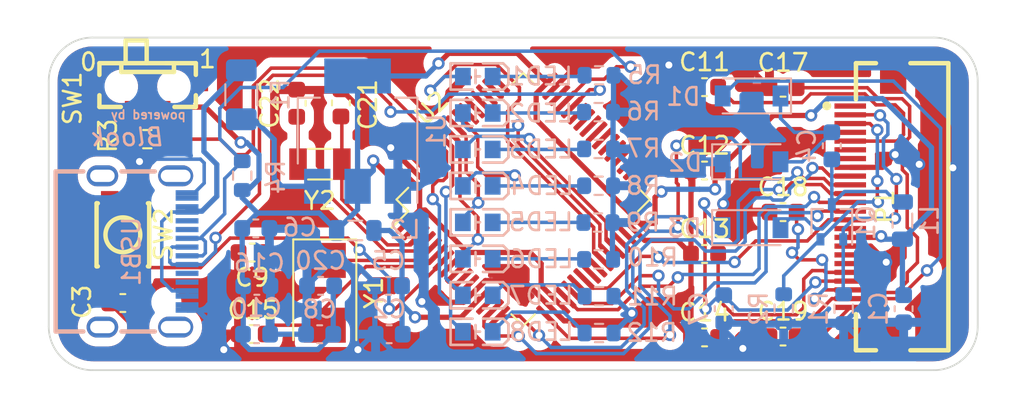
<source format=kicad_pcb>
(kicad_pcb (version 20211014) (generator pcbnew)
  (layers (0 "F.Cu" signal) (31 "B.Cu" signal) (34 "B.Paste" user) (35 "F.Paste" user) (36 "B.SilkS" user "B.Silkscreen") (37 "F.SilkS" user "F.Silkscreen") (38 "B.Mask" user) (39 "F.Mask" user) (44 "Edge.Cuts" user))
  (net 0 "")
  (net 1 "VDD")
  (net 2 "VSS")
  (net 3 "VDDA")
  (net 4 "NRST")
  (net 5 "Net-(C4-Pad1)")
  (net 6 "Net-(C4-Pad2)")
  (net 7 "/PREVGH")
  (net 8 "OSC_IN")
  (net 9 "Net-(C11-Pad2)")
  (net 10 "Net-(C13-Pad2)")
  (net 11 "/PREVGL")
  (net 12 "OSC_OUT")
  (net 13 "Net-(C17-Pad2)")
  (net 14 "Net-(C18-Pad2)")
  (net 15 "Net-(C19-Pad2)")
  (net 16 "OSC32_IN")
  (net 17 "OSC32_OUT")
  (net 18 "+5V")
  (net 19 "Net-(F1-Pad2)")
  (net 21 "/GDR")
  (net 22 "/RESE")
  (net 26 "BUSY")
  (net 27 "RST")
  (net 28 "D{slash}C")
  (net 29 "CS")
  (net 30 "CLK")
  (net 31 "DIN")
  (net 35 "Net-(R3-Pad1)")
  (net 36 "BOOT0")
  (net 37 "DP")
  (net 49 "/PB0")
  (net 50 "Net-(LED1-Pad2)")
  (net 51 "/PB1")
  (net 65 "DM")
  (net 73 "Net-(LED2-Pad2)")
  (net 74 "/PB2")
  (net 75 "Net-(LED3-Pad2)")
  (net 76 "/PB3")
  (net 77 "Net-(LED4-Pad2)")
  (net 88 "/PB4")
  (net 89 "Net-(LED5-Pad2)")
  (net 90 "/PB5")
  (net 91 "Net-(LED6-Pad2)")
  (net 92 "/PB6")
  (net 93 "Net-(LED7-Pad2)")
  (net 94 "/PB7")
  (net 95 "Net-(LED8-Pad2)")
  (footprint "Crystal:Crystal_SMD_5032-2Pin_5.0x3.2mm" (layer "F.Cu") (at 41.387858 37.046814 -90)
    (fp_text reference "Y1")
    (fp_text value "8MHz")
  )
  (footprint "local_lib:SW-SMD_MK-11C04-G013" (layer "F.Cu") (at 31.282225 25.808364 180)
    (fp_text reference "SW1")
    (fp_text value "MK-11C04-G013")
  )
  (footprint "Capacitor_SMD:C_0603_1608Metric" (layer "F.Cu") (at 63.055748 34.827884)
    (fp_text reference "C13")
    (fp_text value "1uF/50V")
  )
  (footprint "Resistor_SMD:R_0603_1608Metric" (layer "F.Cu") (at 31.265218 28.268957)
    (fp_text reference "R3")
    (fp_text value "10K")
  )
  (footprint "Capacitor_SMD:C_0603_1608Metric" (layer "F.Cu") (at 29.867146 37.629399 180)
    (fp_text reference "C3")
    (fp_text value "100nF")
  )
  (footprint "Capacitor_SMD:C_0603_1608Metric" (layer "F.Cu") (at 39.786828 26.216152 90)
    (fp_text reference "C22")
    (fp_text value "10pF")
  )
  (footprint "Crystal:Crystal_SMD_3215-2Pin_3.2x1.5mm" (layer "F.Cu") (at 41.112377 29.697894)
    (fp_text reference "Y2")
    (fp_text value "32.768KHz")
  )
  (footprint "Capacitor_SMD:C_0603_1608Metric" (layer "F.Cu") (at 63.055748 25.297104)
    (fp_text reference "C11")
    (fp_text value "1uF/50V")
  )
  (footprint "Capacitor_SMD:C_0603_1608Metric" (layer "F.Cu") (at 67.532499 25.331331)
    (fp_text reference "C17")
    (fp_text value "1uF/50V")
  )
  (footprint "Package_QFP:LQFP-64_10x10mm_P0.5mm" (layer "F.Cu") (at 52.705592 31.716025 45)
    (fp_text reference "U2")
    (fp_text value "STM32L072RBT6")
  )
  (footprint "Capacitor_SMD:C_0603_1608Metric" (layer "F.Cu") (at 67.532499 39.54389)
    (fp_text reference "C19")
    (fp_text value "1uF/50V")
  )
  (footprint "Capacitor_SMD:C_0603_1608Metric" (layer "F.Cu") (at 37.245815 39.39851 180)
    (fp_text reference "C15")
    (fp_text value "10pF")
  )
  (footprint "Capacitor_SMD:C_0603_1608Metric" (layer "F.Cu") (at 37.245815 34.746219 180)
    (fp_text reference "C9")
    (fp_text value "10pF")
  )
  (footprint "local_lib:FPC-SMD_KH-FG0.5-H2.0-24PIN" (layer "F.Cu") (at 72.591302 32.12861 90)
    (fp_text reference "P1")
    (fp_text value "KH-FG0.5-H2.0-24PIN")
  )
  (footprint "Capacitor_SMD:C_0603_1608Metric" (layer "F.Cu") (at 42.309872 26.1976 90)
    (fp_text reference "C21")
    (fp_text value "10pF")
  )
  (footprint "Capacitor_SMD:C_0603_1608Metric" (layer "F.Cu") (at 67.532499 32.43761)
    (fp_text reference "C18")
    (fp_text value "1uF/50V")
  )
  (footprint "Capacitor_SMD:C_0603_1608Metric" (layer "F.Cu") (at 63.055748 39.593274)
    (fp_text reference "C14")
    (fp_text value "1uF/50V")
  )
  (footprint "local_lib:SW-SMD_ST-1185S-4P" (layer "F.Cu") (at 29.87008 33.732494 90)
    (fp_text reference "SW2")
    (fp_text value "ST-1185S-4P")
  )
  (footprint "Capacitor_SMD:C_0603_1608Metric" (layer "F.Cu") (at 63.055748 30.062494)
    (fp_text reference "C12")
    (fp_text value "1uF/50V")
  )
  (footprint "Resistor_SMD:R_0603_1608Metric" (layer "B.Cu") (at 70.991925 37.955229 -90)
    (fp_text reference "R1")
    (fp_text value "10K")
  )
  (footprint "Package_TO_SOT_SMD:SOT-323_SC-70" (layer "B.Cu") (at 70.3168 32.991352 90)
    (fp_text reference "Q1")
    (fp_text value "Si1308EDL")
  )
  (footprint "Capacitor_SMD:C_0603_1608Metric" (layer "B.Cu") (at 37.453323 33.366148)
    (fp_text reference "C6")
    (fp_text value "100nF")
  )
  (footprint "Capacitor_SMD:C_0603_1608Metric" (layer "B.Cu") (at 45.062163 39.410764 180)
    (fp_text reference "C2")
    (fp_text value "100nF")
  )
  (footprint "Package_TO_SOT_SMD:SOT-223-3_TabPin2" (layer "B.Cu") (at 43.259769 27.81003 90)
    (fp_text reference "U1")
    (fp_text value "AMS1117-3.3")
  )
  (footprint "Capacitor_SMD:C_0603_1608Metric" (layer "B.Cu") (at 45.021621 36.649241 180)
    (fp_text reference "C5")
    (fp_text value "1uF")
  )
  (footprint "Resistor_SMD:R_0603_1608Metric" (layer "B.Cu") (at 57.037031 37.239263)
    (fp_text reference "R11")
    (fp_text value "1K")
  )
  (footprint "Inductor_SMD:L_0805_2012Metric" (layer "B.Cu") (at 74.343531 32.921038 90)
    (fp_text reference "L1")
    (fp_text value "10uH")
  )
  (footprint "Resistor_SMD:R_0603_1608Metric" (layer "B.Cu") (at 67.570772 37.955229 -90)
    (fp_text reference "R2")
    (fp_text value "3")
  )
  (footprint "Capacitor_SMD:C_0603_1608Metric" (layer "B.Cu") (at 74.413078 37.955229 -90)
    (fp_text reference "C1")
    (fp_text value "4.7uF/50V")
  )
  (footprint "Capacitor_SMD:C_0603_1608Metric" (layer "B.Cu") (at 37.495517 39.410764)
    (fp_text reference "C10")
    (fp_text value "100nF")
  )
  (footprint "Resistor_SMD:R_0603_1608Metric" (layer "B.Cu") (at 57.036691 24.621076)
    (fp_text reference "R5")
    (fp_text value "1K")
  )
  (footprint "Inductor_SMD:L_0805_2012Metric" (layer "B.Cu") (at 43.127522 33.486148)
    (fp_text reference "L2")
    (fp_text value "10uH")
  )
  (footprint "local_lib:USB-C-SMD_KH-TYPE-C-16P" (layer "B.Cu") (at 31.116584 34.683632 90)
    (fp_text reference "USB1")
    (fp_text value "KH-TYPE-C-16P-T")
  )
  (footprint "Fuse:Fuse_1206_3216Metric" (layer "B.Cu") (at 36.625123 25.734876 -90)
    (fp_text reference "F1")
    (fp_text value "Fuse_500mA")
  )
  (footprint "Capacitor_SMD:C_0603_1608Metric" (layer "B.Cu") (at 41.096765 39.410764 180)
    (fp_text reference "C8")
    (fp_text value "100nF")
  )
  (footprint "Resistor_SMD:R_0603_1608Metric" (layer "B.Cu") (at 57.01031 30.93017)
    (fp_text reference "R8")
    (fp_text value "1K")
  )
  (footprint "Resistor_SMD:R_0603_1608Metric" (layer "B.Cu") (at 57.01031 35.136232)
    (fp_text reference "R10")
    (fp_text value "1K")
  )
  (footprint "local_lib:LED0603-FD" (layer "B.Cu") (at 50.116576 35.105241)
    (fp_text reference "LED6")
    (fp_text value "GT-197")
  )
  (footprint "Capacitor_SMD:C_0603_1608Metric" (layer "B.Cu") (at 37.513302 36.649241)
    (fp_text reference "C16")
    (fp_text value "100nF")
  )
  (footprint "local_lib:LED0603-FD" (layer "B.Cu") (at 50.116576 26.773177)
    (fp_text reference "LED2")
    (fp_text value "GT-197")
  )
  (footprint "Capacitor_SMD:C_0603_1608Metric" (layer "B.Cu") (at 64.149618 37.955229 -90)
    (fp_text reference "C7")
    (fp_text value "1uF/50V")
  )
  (footprint "local_lib:LED0603-FD" (layer "B.Cu") (at 50.116576 28.856193)
    (fp_text reference "LED3")
    (fp_text value "GT-197")
  )
  (footprint "local_lib:LED0603-FD" (layer "B.Cu") (at 50.116576 37.188257)
    (fp_text reference "LED7")
    (fp_text value "GT-197")
  )
  (footprint "Capacitor_SMD:C_0603_1608Metric" (layer "B.Cu") (at 70.3168 28.64952 -90)
    (fp_text reference "C4")
    (fp_text value "4.7uF/50V")
  )
  (footprint "local_lib:LED0603-FD" (layer "B.Cu") (at 50.116576 30.939209)
    (fp_text reference "LED4")
    (fp_text value "GT-197")
  )
  (footprint "Diode_SMD:D_SOD-123" (layer "B.Cu") (at 65.737916 29.562624)
    (fp_text reference "D2")
    (fp_text value "MBR0530")
  )
  (footprint "local_lib:LED0603-FD" (layer "B.Cu") (at 50.116576 24.690155)
    (fp_text reference "LED1")
    (fp_text value "GT-197")
  )
  (footprint "Resistor_SMD:R_0603_1608Metric" (layer "B.Cu") (at 57.01031 26.724108)
    (fp_text reference "R6")
    (fp_text value "1K")
  )
  (footprint "Diode_SMD:D_SOD-123" (layer "B.Cu") (at 65.737916 25.800562 180)
    (fp_text reference "D1")
    (fp_text value "MBR0530")
  )
  (footprint "Diode_SMD:D_SOD-123" (layer "B.Cu") (at 65.737916 33.324687)
    (fp_text reference "D3")
    (fp_text value "MBR0530")
  )
  (footprint "Capacitor_SMD:C_0603_1608Metric" (layer "B.Cu") (at 41.149886 36.649241 180)
    (fp_text reference "C20")
    (fp_text value "1uF")
  )
  (footprint "local_lib:LED0603-FD" (layer "B.Cu") (at 50.116576 33.022225)
    (fp_text reference "LED5")
    (fp_text value "GT-197")
  )
  (footprint "Resistor_SMD:R_0603_1608Metric" (layer "B.Cu") (at 56.974475 33.033201)
    (fp_text reference "R9")
    (fp_text value "1K")
  )
  (footprint "local_lib:LED0603-FD" (layer "B.Cu") (at 50.116576 39.271273)
    (fp_text reference "LED8")
    (fp_text value "GT-197")
  )
  (footprint "Resistor_SMD:R_0603_1608Metric" (layer "B.Cu") (at 57.036691 39.342294)
    (fp_text reference "R12")
    (fp_text value "1K")
  )
  (footprint "Resistor_SMD:R_0603_1608Metric" (layer "B.Cu") (at 57.01031 28.827139)
    (fp_text reference "R7")
    (fp_text value "1K")
  )
  (footprint "Resistor_SMD:R_0603_1608Metric" (layer "B.Cu") (at 36.678747 30.35065 90)
    (fp_text reference "R4")
    (fp_text value "1.5K")
  )
  (gr_arc (start 25.63882 24.965148) (mid 26.371053 23.197381) (end 28.13882 22.465148) (layer "Edge.Cuts") (width 0.1))
  (gr_line (start 28.13882 22.465148) (end 76.13882 22.465148) (layer "Edge.Cuts") (width 0.1))
  (gr_line (start 78.63882 24.965148) (end 78.63882 38.965148) (layer "Edge.Cuts") (width 0.1))
  (gr_line (start 28.13882 41.465148) (end 76.13882 41.465148) (layer "Edge.Cuts") (width 0.1))
  (gr_arc (start 76.13882 22.465148) (mid 77.906587 23.197381) (end 78.63882 24.965148) (layer "Edge.Cuts") (width 0.1))
  (gr_arc (start 28.13882 41.465148) (mid 26.371053 40.732915) (end 25.63882 38.965148) (layer "Edge.Cuts") (width 0.1))
  (gr_line (start 25.63882 24.965148) (end 25.63882 38.965148) (layer "Edge.Cuts") (width 0.1))
  (gr_arc (start 78.63882 38.965148) (mid 77.906587 40.732915) (end 76.13882 41.465148) (layer "Edge.Cuts") (width 0.1))
  (gr_text "powered by\n" (at 31.323541 26.872282) (layer "B.SilkS") (effects (font (size 0.5 0.5) (thickness 0.1)) (justify mirror)))
  (gr_text "Blook" (at 30.149109 28.151561) (layer "B.SilkS") (effects (font (size 1 1) (thickness 0.15) italic) (justify mirror)))
  (gr_text "1" (at 34.698144 23.700393) (layer "F.SilkS") (effects (font (size 1 1))))
  (gr_text "0" (at 27.902633 23.862574) (layer "F.SilkS") (effects (font (size 1 1))))
  (segment (start 47.11352 32.31896) (end 49.5361 34.74154) (width 0.3) (layer "F.Cu") (net 1))
  (segment (start 46.799357 32.31896) (end 46.041111 33.077206) (width 0.3) (layer "F.Cu") (net 1))
  (segment (start 54.773879 37.6734) (end 53.686914 36.586435) (width 0.3) (layer "F.Cu") (net 1))
  (segment (start 46.041111 30.354844) (end 46.799357 31.11309) (width 0.3) (layer "F.Cu") (net 1))
  (segment (start 34.580604 26.438264) (end 36.597883 28.455543) (width 0.3) (layer "F.Cu") (net 1))
  (segment (start 46.799357 32.31896) (end 47.11352 32.31896) (width 0.3) (layer "F.Cu") (net 1))
  (segment (start 53.447318 25.670999) (end 54.066773 25.051544) (width 0.3) (layer "F.Cu") (net 1))
  (segment (start 46.799357 31.11309) (end 46.799357 32.31896) (width 0.3) (layer "F.Cu") (net 1))
  (segment (start 53.733782 35.376169) (end 53.733782 36.539567) (width 0.3) (layer "F.Cu") (net 1))
  (segment (start 59.370073 33.077206) (end 60.229206 33.077206) (width 0.3) (layer "F.Cu") (net 1))
  (segment (start 63.654845 31.131817) (end 63.654845 30.238397) (width 0.3) (layer "F.Cu") (net 1))
  (segment (start 59.370073 33.072689) (end 53.447318 27.149934) (width 0.3) (layer "F.Cu") (net 1))
  (segment (start 63.654845 30.238397) (end 63.830748 30.062494) (width 0.3) (layer "F.Cu") (net 1))
  (segment (start 73.065121 33.87871) (end 73.127714 33.816117) (width 0.3) (layer "F.Cu") (net 1))
  (segment (start 48.451189 23.368392) (end 52.383621 23.368392) (width 0.3) (layer "F.Cu") (net 1))
  (segment (start 46.041111 30.354844) (end 45.015433 30.354844) (width 0.3) (layer "F.Cu") (net 1))
  (segment (start 53.099153 34.74154) (end 53.733782 35.376169) (width 0.3) (layer "F.Cu") (net 1))
  (segment (start 66.978875 26.914367) (end 69.132736 26.914367) (width 0.3) (layer "F.Cu") (net 1))
  (segment (start 45.015433 30.354844) (end 44.154755 29.494166) (width 0.3) (layer "F.Cu") (net 1))
  (segment (start 32.283025 26.438264) (end 34.580604 26.438264) (width 0.3) (layer "F.Cu") (net 1))
  (segment (start 60.596338 31.264547) (end 60.55815 31.264547) (width 0.3) (layer "F.Cu") (net 1))
  (segment (start 53.447318 27.149934) (end 53.447318 25.670999) (width 0.3) (layer "F.Cu") (net 1))
  (segment (start 71.367002 33.87871) (end 73.065121 33.87871) (width 0.3) (layer "F.Cu") (net 1))
  (segment (start 52.383621 23.368392) (end 54.031417 25.016188) (width 0.3) (layer "F.Cu") (net 1))
  (segment (start 53.733782 36.539567) (end 53.72227 36.551079) (width 0.3) (layer "F.Cu") (net 1))
  (segment (start 60.55815 31.264547) (end 60.229206 31.593491) (width 0.3) (layer "F.Cu") (net 1))
  (segment (start 71.367002 33.37831) (end 71.367002 33.87871) (width 0.2) (layer "F.Cu") (net 1))
  (segment (start 49.5361 34.74154) (end 53.099153 34.74154) (width 0.3) (layer "F.Cu") (net 1))
  (segment (start 47.877469 23.942112) (end 48.451189 23.368392) (width 0.3) (layer "F.Cu") (net 1))
  (segment (start 59.370073 33.077206) (end 59.370073 33.072689) (width 0.2) (layer "F.Cu") (net 1))
  (segment (start 60.229206 33.077206) (end 60.229206 31.593491) (width 0.3) (layer "F.Cu") (net 1))
  (segment (start 63.830748 30.062494) (end 66.978875 26.914367) (width 0.3) (layer "F.Cu") (net 1))
  (via (at 63.654845 31.131817) (size 0.7) (drill 0.4) (layers "F.Cu" "B.Cu") (net 1))
  (via (at 36.597883 28.455543) (size 0.7) (drill 0.4) (layers "F.Cu" "B.Cu") (net 1))
  (via (at 44.154755 29.494166) (size 0.7) (drill 0.4) (layers "F.Cu" "B.Cu") (net 1))
  (via (at 69.132736 26.914367) (size 0.7) (drill 0.4) (layers "F.Cu" "B.Cu") (net 1))
  (via (at 73.127714 33.816117) (size 0.7) (drill 0.4) (layers "F.Cu" "B.Cu") (net 1))
  (via (at 60.596338 31.264547) (size 0.7) (drill 0.4) (layers "F.Cu" "B.Cu") (net 1))
  (via (at 47.877469 23.942112) (size 0.7) (drill 0.4) (layers "F.Cu" "B.Cu") (net 1))
  (segment (start 37.6352 30.545954) (end 37.6352 29.158575) (width 0.3) (layer "B.Cu") (net 1))
  (segment (start 37.005504 31.17565) (end 37.6352 30.545954) (width 0.3) (layer "B.Cu") (net 1))
  (segment (start 70.093083 25.95402) (end 73.207616 25.95402) (width 0.3) (layer "B.Cu") (net 1))
  (segment (start 41.871765 36.702362) (end 41.924886 36.649241) (width 0.3) (layer "B.Cu") (net 1))
  (segment (start 37.6352 29.158575) (end 36.932168 28.455543) (width 0.3) (layer "B.Cu") (net 1))
  (segment (start 36.720517 39.915057) (end 37.091224 40.285764) (width 0.3) (layer "B.Cu") (net 1))
  (segment (start 36.738302 39.392979) (end 36.720517 39.410764) (width 0.3) (layer "B.Cu") (net 1))
  (segment (start 41.871765 39.410764) (end 41.871765 36.702362) (width 0.3) (layer "B.Cu") (net 1))
  (segment (start 36.678323 33.366148) (end 36.678323 36.589262) (width 0.3) (layer "B.Cu") (net 1))
  (segment (start 36.738302 36.649241) (end 36.738302 39.392979) (width 0.3) (layer "B.Cu") (net 1))
  (segment (start 36.678747 31.17565) (end 37.005504 31.17565) (width 0.3) (layer "B.Cu") (net 1))
  (segment (start 62.770362 31.131817) (end 62.769432 31.130887) (width 0.3) (layer "B.Cu") (net 1))
  (segment (start 43.259769 24.66003) (end 47.159551 24.66003) (width 0.3) (layer "B.Cu") (net 1))
  (segment (start 36.932168 28.455543) (end 36.597883 28.455543) (width 0.3) (layer "B.Cu") (net 1))
  (segment (start 76.001458 32.325611) (end 74.343531 33.983538) (width 0.3) (layer "B.Cu") (net 1))
  (segment (start 43.259769 32.291401) (end 42.065022 33.486148) (width 0.3) (layer "B.Cu") (net 1))
  (segment (start 44.154755 29.494166) (end 44.154755 30.065044) (width 0.3) (layer "B.Cu") (net 1))
  (segment (start 36.720517 39.410764) (end 36.720517 39.915057) (width 0.3) (layer "B.Cu") (net 1))
  (segment (start 43.259769 30.96003) (end 43.259769 24.66003) (width 0.3) (layer "B.Cu") (net 1))
  (segment (start 73.295135 33.983538) (end 73.127714 33.816117) (width 0.3) (layer "B.Cu") (net 1))
  (segment (start 41.070022 32.491148) (end 37.553323 32.491148) (width 0.3) (layer "B.Cu") (net 1))
  (segment (start 37.553323 32.491148) (end 36.678323 33.366148) (width 0.3) (layer "B.Cu") (net 1))
  (segment (start 44.154755 30.065044) (end 43.259769 30.96003) (width 0.3) (layer "B.Cu") (net 1))
  (segment (start 73.207616 25.95402) (end 76.001458 28.747862) (width 0.3) (layer "B.Cu") (net 1))
  (segment (start 74.343531 37.110682) (end 74.413078 37.180229) (width 0.3) (layer "B.Cu") (net 1))
  (segment (start 60.729998 31.130887) (end 60.596338 31.264547) (width 0.3) (layer "B.Cu") (net 1))
  (segment (start 63.654845 31.131817) (end 62.770362 31.131817) (width 0.3) (layer "B.Cu") (net 1))
  (segment (start 74.343531 33.983538) (end 74.343531 37.110682) (width 0.3) (layer "B.Cu") (net 1))
  (segment (start 43.259769 30.96003) (end 43.259769 32.291401) (width 0.3) (layer "B.Cu") (net 1))
  (segment (start 42.065022 33.486148) (end 41.070022 32.491148) (width 0.3) (layer "B.Cu") (net 1))
  (segment (start 69.132736 26.914367) (end 70.093083 25.95402) (width 0.3) (layer "B.Cu") (net 1))
  (segment (start 76.001458 28.747862) (end 76.001458 32.325611) (width 0.3) (layer "B.Cu") (net 1))
  (segment (start 40.996765 40.285764) (end 41.871765 39.410764) (width 0.3) (layer "B.Cu") (net 1))
  (segment (start 47.159551 24.66003) (end 47.877469 23.942112) (width 0.3) (layer "B.Cu") (net 1))
  (segment (start 36.678747 31.17565) (end 36.678747 31.616572) (width 0.3) (layer "B.Cu") (net 1))
  (segment (start 74.343531 33.983538) (end 73.295135 33.983538) (width 0.3) (layer "B.Cu") (net 1))
  (segment (start 36.678747 31.616572) (end 37.553323 32.491148) (width 0.3) (layer "B.Cu") (net 1))
  (segment (start 62.769432 31.130887) (end 60.729998 31.130887) (width 0.3) (layer "B.Cu") (net 1))
  (segment (start 36.678323 36.589262) (end 36.738302 36.649241) (width 0.3) (layer "B.Cu") (net 1))
  (segment (start 37.091224 40.285764) (end 40.996765 40.285764) (width 0.3) (layer "B.Cu") (net 1))
  (segment (start 54.420326 38.026953) (end 55.039781 38.646408) (width 0.3) (layer "F.Cu") (net 2))
  (segment (start 46.929984 37.544276) (end 46.971455 37.585747) (width 0.3) (layer "F.Cu") (net 2))
  (segment (start 54.420326 38.026953) (end 52.740211 36.346838) (width 0.3) (layer "F.Cu") (net 2))
  (segment (start 60.898877 38.211403) (end 62.280748 39.593274) (width 0.3) (layer "F.Cu") (net 2))
  (segment (start 58.905548 38.211403) (end 60.898877 38.211403) (width 0.3) (layer "F.Cu") (net 2))
  (segment (start 63.155748 40.468274) (end 62.280748 39.593274) (width 0.3) (layer "F.Cu") (net 2))
  (segment (start 29.12078 35.606994) (end 29.12078 31.857994) (width 0.2) (layer "F.Cu") (net 2))
  (segment (start 72.534936 34.37901) (end 73.420004 35.264078) (width 0.3) (layer "F.Cu") (net 2))
  (segment (start 35.62746 40.29394) (end 35.627084 40.293564) (width 0.2) (layer "F.Cu") (net 2))
  (segment (start 75.301958 29.705931) (end 75.502642 29.906615) (width 0.3) (layer "F.Cu") (net 2))
  (segment (start 66.757499 32.43761) (end 64.600308 32.43761) (width 0.3) (layer "F.Cu") (net 2))
  (segment (start 29.12078 31.857994) (end 29.21861 31.760164) (width 0.2) (layer "F.Cu") (net 2))
  (segment (start 59.01652 33.430759) (end 59.635975 34.050214) (width 0.3) (layer "F.Cu") (net 2))
  (segment (start 77.221868 29.906615) (end 77.236511 29.921258) (width 0.3) (layer "F.Cu") (net 2))
  (segment (start 55.301874 24.523549) (end 55.301874 24.498408) (width 0.2) (layer "F.Cu") (net 2))
  (segment (start 73.420004 35.264078) (end 73.420004 35.298309) (width 0.2) (layer "F.Cu") (net 2))
  (segment (start 54.420326 25.405097) (end 55.301874 24.523549) (width 0.3) (layer "F.Cu") (net 2))
  (segment (start 63.155748 24.422104) (end 65.848272 24.422104) (width 0.3) (layer "F.Cu") (net 2))
  (segment (start 43.280084 40.29394) (end 35.62746 40.29394) (width 0.3) (layer "F.Cu") (net 2))
  (segment (start 60.367591 23.383947) (end 56.416335 23.383947) (width 0.3) (layer "F.Cu") (net 2))
  (segment (start 65.239705 40.223333) (end 64.994764 40.468274) (width 0.3) (layer "F.Cu") (net 2))
  (segment (start 61.019195 24.035551) (end 60.367591 23.383947) (width 0.3) (layer "F.Cu") (net 2))
  (segment (start 46.971455 37.585747) (end 49.310742 37.585747) (width 0.3) (layer "F.Cu") (net 2))
  (segment (start 61.503078 34.050214) (end 62.280748 34.827884) (width 0.3) (layer "F.Cu") (net 2))
  (segment (start 49.310742 37.585747) (end 49.930198 36.966293) (width 0.3) (layer "F.Cu") (net 2))
  (segment (start 29.567917 28.96547) (end 29.567917 27.151772) (width 0.2) (layer "F.Cu") (net 2))
  (segment (start 75.502642 29.906615) (end 77.221868 29.906615) (width 0.3) (layer "F.Cu") (net 2))
  (segment (start 42.29132 25.441152) (end 42.309872 25.4226) (width 0.2) (layer "F.Cu") (net 2))
  (segment (start 30.085842 29.483395) (end 29.567917 28.96547) (width 0.2) (layer "F.Cu") (net 2))
  (segment (start 29.092146 37.629399) (end 29.12078 37.600765) (width 0.2) (layer "F.Cu") (net 2))
  (segment (start 77.236511 29.921258) (end 77.236511 29.984122) (width 0.3) (layer "F.Cu") (net 2))
  (segment (start 59.635975 34.050214) (end 61.503078 34.050214) (width 0.3) (layer "F.Cu") (net 2))
  (segment (start 56.416335 23.383947) (end 55.301874 24.498408) (width 0.3) (layer "F.Cu") (net 2))
  (segment (start 30.818816 29.547528) (end 30.754683 29.483395) (width 0.2) (layer "F.Cu") (net 2))
  (segment (start 39.786828 25.441152) (end 42.29132 25.441152) (width 0.3) (layer "F.Cu") (net 2))
  (segment (start 64.994764 40.468274) (end 63.155748 40.468274) (width 0.3) (layer "F.Cu") (net 2))
  (segment (start 36.470815 39.39851) (end 36.092843 39.39851) (width 0.3) (layer "F.Cu") (net 2))
  (segment (start 58.470544 38.646408) (end 55.28864 38.646408) (width 0.3) (layer "F.Cu") (net 2))
  (segment (start 36.092843 39.39851) (end 35.627084 39.864269) (width 0.3) (layer "F.Cu") (net 2))
  (segment (start 62.280748 25.297104) (end 61.019195 24.035551) (width 0.3) (layer "F.Cu") (net 2))
  (segment (start 62.280748 39.593274) (end 62.280748 34.827884) (width 0.3) (layer "F.Cu") (net 2))
  (segment (start 58.905548 38.211403) (end 58.470544 38.646408) (width 0.3) (layer "F.Cu") (net 2))
  (segment (start 30.754683 29.483395) (end 30.085842 29.483395) (width 0.2) (layer "F.Cu") (net 2))
  (segment (start 62.280748 25.297104) (end 63.155748 24.422104) (width 0.3) (layer "F.Cu") (net 2))
  (segment (start 45.152046 28.758673) (end 45.152046 28.264774) (width 0.3) (layer "F.Cu") (net 2))
  (segment (start 29.567917 27.151772) (end 30.281425 26.438264) (width 0.2) (layer "F.Cu") (net 2))
  (segment (start 65.239705 40.223333) (end 66.078056 40.223333) (width 0.3) (layer "F.Cu") (net 2))
  (segment (start 35.627084 40.293564) (end 31.756311 40.293564) (width 0.2) (layer "F.Cu") (net 2))
  (segment (start 45.152046 28.264774) (end 42.309872 25.4226) (width 0.3) (layer "F.Cu") (net 2))
  (segment (start 66.078056 40.223333) (end 66.757499 39.54389) (width 0.3) (layer "F.Cu") (net 2))
  (segment (start 62.280748 30.062494) (end 62.280748 25.297104) (width 0.3) (layer "F.Cu") (net 2))
  (segment (start 35.627084 39.864269) (end 35.627084 40.293564) (width 0.3) (layer "F.Cu") (net 2))
  (segment (start 73.19883 29.87821) (end 73.929164 29.147876) (width 0.3) (layer "F.Cu") (net 2))
  (segment (start 71.367002 34.37901) (end 72.534936 34.37901) (width 0.3) (layer "F.Cu") (net 2))
  (segment (start 29.12078 37.600765) (end 29.12078 35.606994) (width 0.2) (layer "F.Cu") (net 2))
  (segment (start 31.756311 40.293564) (end 29.092146 37.629399) (width 0.2) (layer "F.Cu") (net 2))
  (segment (start 50.549653 36.346838) (end 49.930198 36.966293) (width 0.3) (layer "F.Cu") (net 2))
  (segment (start 36.470815 39.39851) (end 36.086173 39.39851) (width 0.3) (layer "F.Cu") (net 2))
  (segment (start 45.152046 28.758673) (end 46.394664 30.001291) (width 0.3) (layer "F.Cu") (net 2))
  (segment (start 64.600308 32.43761) (end 64.121455 31.958757) (width 0.3) (layer "F.Cu") (net 2))
  (segment (start 55.039781 38.646408) (end 55.28864 38.646408) (width 0.3) (layer "F.Cu") (net 2))
  (segment (start 65.848272 24.422104) (end 66.757499 25.331331) (width 0.3) (layer "F.Cu") (net 2))
  (segment (start 36.470815 34.746219) (end 36.470815 39.39851) (width 0.3) (layer "F.Cu") (net 2))
  (segment (start 62.280748 34.827884) (end 62.280748 30.062494) (width 0.3) (layer "F.Cu") (net 2))
  (segment (start 52.740211 36.346838) (end 50.549653 36.346838) (width 0.3) (layer "F.Cu") (net 2))
  (segment (start 42.582401 25.4226) (end 42.309872 25.4226) (width 0.2) (layer "F.Cu") (net 2))
  (segment (start 71.367002 29.87821) (end 73.19883 29.87821) (width 0.3) (layer "F.Cu") (net 2))
  (via (at 43.280084 40.29394) (size 0.7) (drill 0.4) (layers "F.Cu" "B.Cu") (net 2))
  (via (at 73.929164 29.147876) (size 0.7) (drill 0.4) (layers "F.Cu" "B.Cu") (net 2))
  (via (at 64.121455 31.958757) (size 0.7) (drill 0.4) (layers "F.Cu" "B.Cu") (net 2))
  (via (at 75.301958 29.705931) (size 0.7) (drill 0.4) (layers "F.Cu" "B.Cu") (net 2))
  (via (at 30.818816 29.547528) (size 0.7) (drill 0.4) (layers "F.Cu" "B.Cu") (net 2))
  (via (at 65.239705 40.223333) (size 0.7) (drill 0.4) (layers "F.Cu" "B.Cu") (net 2))
  (via (at 46.929984 37.544276) (size 0.7) (drill 0.4) (layers "F.Cu" "B.Cu") (net 2))
  (via (at 35.627084 40.293564) (size 0.7) (drill 0.4) (layers "F.Cu" "B.Cu") (net 2))
  (via (at 45.152046 28.758673) (size 0.7) (drill 0.4) (layers "F.Cu" "B.Cu") (net 2))
  (via (at 77.221868 29.906615) (size 0.7) (drill 0.4) (layers "F.Cu" "B.Cu") (net 2))
  (via (at 73.420004 35.298309) (size 0.7) (drill 0.4) (layers "F.Cu" "B.Cu") (net 2))
  (via (at 58.905548 38.211403) (size 0.7) (drill 0.4) (layers "F.Cu" "B.Cu") (net 2))
  (via (at 61.019195 24.035551) (size 0.7) (drill 0.4) (layers "F.Cu" "B.Cu") (net 2))
  (segment (start 44.16326 39.410764) (end 43.280084 40.29394) (width 0.3) (layer "B.Cu") (net 2))
  (segment (start 31.761969 29.413632) (end 31.563332 29.612269) (width 0.2) (layer "B.Cu") (net 2))
  (segment (start 38.288302 33.426127) (end 38.228323 33.366148) (width 0.3) (layer "B.Cu") (net 2))
  (segment (start 58.570795 29.562624) (end 57.83531 28.827139) (width 0.3) (layer "B.Cu") (net 2))
  (segment (start 47.419425 38.033717) (end 47.419425 38.874313) (width 0.3) (layer "B.Cu") (net 2))
  (segment (start 73.424518 35.302823) (end 73.424518 36.347636) (width 0.3) (layer "B.Cu") (net 2))
  (segment (start 43.280084 40.29394) (end 43.403987 40.29394) (width 0.2) (layer "B.Cu") (net 2))
  (segment (start 46.223207 40.383603) (end 45.260002 40.383603) (width 0.3) (layer "B.Cu") (net 2))
  (segment (start 58.905548 38.211403) (end 58.905548 38.298437) (width 0.3) (layer "B.Cu") (net 2))
  (segment (start 43.269876 35.523459) (end 44.246621 36.500204) (width 0.3) (layer "B.Cu") (net 2))
  (segment (start 64.121455 31.958757) (end 64.121455 31.725868) (width 0.3) (layer "B.Cu") (net 2))
  (segment (start 40.374886 36.649241) (end 41.500668 35.523459) (width 0.3) (layer "B.Cu") (net 2))
  (segment (start 57.83531 26.724108) (end 57.83531 28.827139) (width 0.3) (layer "B.Cu") (net 2))
  (segment (start 58.258762 24.621076) (end 58.705444 25.067758) (width 0.3) (layer "B.Cu") (net 2))
  (segment (start 64.149618 38.730229) (end 64.149618 39.133246) (width 0.3) (layer "B.Cu") (net 2))
  (segment (start 45.559769 29.166396) (end 45.559769 30.96003) (width 0.3) (layer "B.Cu") (net 2))
  (segment (start 45.559769 30.96003) (end 45.559769 32.512716) (width 0.3) (layer "B.Cu") (net 2))
  (segment (start 64.087916 29.562624) (end 58.570795 29.562624) (width 0.3) (layer "B.Cu") (net 2))
  (segment (start 46.929984 37.544276) (end 47.419425 38.033717) (width 0.3) (layer "B.Cu") (net 2))
  (segment (start 31.563332 29.612269) (end 30.883557 29.612269) (width 0.2) (layer "B.Cu") (net 2))
  (segment (start 33.531584 38.033632) (end 34.035993 38.033632) (width 0.3) (layer "B.Cu") (net 2))
  (segment (start 58.905548 38.211403) (end 58.834171 38.211403) (width 0.3) (layer "B.Cu") (net 2))
  (segment (start 34.509027 29.628453) (end 34.294206 29.413632) (width 0.2) (layer "B.Cu") (net 2))
  (segment (start 57.83531 30.93017) (end 57.83531 32.997366) (width 0.3) (layer "B.Cu") (net 2))
  (segment (start 35.627084 39.529873) (end 35.627084 40.293564) (width 0.3) (layer "B.Cu") (net 2))
  (segment (start 64.199618 38.780229) (end 64.149618 38.730229) (width 0.3) (layer "B.Cu") (net 2))
  (segment (start 58.905548 38.298437) (end 57.861691 39.342294) (width 0.3) (layer "B.Cu") (net 2))
  (segment (start 44.246621 36.500204) (end 44.246621 36.649241) (width 0.3) (layer "B.Cu") (net 2))
  (segment (start 57.799475 33.033201) (end 57.799475 35.100397) (width 0.3) (layer "B.Cu") (net 2))
  (segment (start 70.991925 38.780229) (end 67.570772 38.780229) (width 0.3) (layer "B.Cu") (net 2))
  (segment (start 30.883557 29.612269) (end 30.818816 29.547528) (width 0.2) (layer "B.Cu") (net 2))
  (segment (start 57.799475 35.100397) (end 57.83531 35.136232) (width 0.3) (layer "B.Cu") (net 2))
  (segment (start 45.559769 32.512716) (end 46.919003 33.87195) (width 0.3) (layer "B.Cu") (net 2))
  (segment (start 73.420004 35.298309) (end 73.424518 35.302823) (width 0.3) (layer "B.Cu") (net 2))
  (segment (start 57.861691 24.621076) (end 57.861691 26.697727) (width 0.3) (layer "B.Cu") (net 2))
  (segment (start 44.246621 39.370222) (end 44.287163 39.410764) (width 0.3) (layer "B.Cu") (net 2))
  (segment (start 44.287163 39.410764) (end 44.16326 39.410764) (width 0.3) (layer "B.Cu") (net 2))
  (segment (start 67.570772 38.780229) (end 65.50226 38.780229) (width 0.3) (layer "B.Cu") (net 2))
  (segment (start 34.509027 30.777599) (end 34.509027 29.628453) (width 0.2) (layer "B.Cu") (net 2))
  (segment (start 65.50226 38.780229) (end 64.199618 38.780229) (width 0.3) (layer "B.Cu") (net 2))
  (segment (start 58.834171 38.211403) (end 57.862031 37.239263) (width 0.3) (layer "B.Cu") (net 2))
  (segment (start 75.489222 39.700608) (end 71.912304 39.700608) (width 0.3) (layer "B.Cu") (net 2))
  (segment (start 47.427812 38.8827) (end 47.427812 39.178998) (width 0.3) (layer "B.Cu") (net 2))
  (segment (start 77.260333 29.94508) (end 77.260333 37.929497) (width 0.3) (layer "B.Cu") (net 2))
  (segment (start 40.321765 39.410764) (end 38.270517 39.410764) (width 0.3) (layer "B.Cu") (net 2))
  (segment (start 45.152046 28.758673) (end 45.559769 29.166396) (width 0.3) (layer "B.Cu") (net 2))
  (segment (start 64.404845 29.879553) (end 64.087916 29.562624) (width 0.3) (layer "B.Cu") (net 2))
  (segment (start 74.413078 38.730229) (end 71.041925 38.730229) (width 0.3) (layer "B.Cu") (net 2))
  (segment (start 38.288302 36.649241) (end 38.288302 39.392979) (width 0.3) (layer "B.Cu") (net 2))
  (segment (start 40.321765 39.410764) (end 40.321765 36.702362) (width 0.3) (layer "B.Cu") (net 2))
  (segment (start 59.986988 25.067758) (end 61.019195 24.035551) (width 0.3) (layer "B.Cu") (net 2))
  (segment (start 38.288302 36.649241) (end 38.288302 33.426127) (width 0.3) (layer "B.Cu") (net 2))
  (segment (start 46.921954 37.536246) (end 46.929984 37.544276) (width 0.3) (layer "B.Cu") (net 2))
  (segment (start 57.83531 28.827139) (end 57.83531 30.93017) (width 0.3) (layer "B.Cu") (net 2))
  (segment (start 33.303019 37.969499) (end 34.06671 37.969499) (width 0.3) (layer "B.Cu") (net 2))
  (segment (start 34.294206 29.413632) (end 31.761969 29.413632) (width 0.2) (layer "B.Cu") (net 2))
  (segment (start 71.041925 38.730229) (end 70.991925 38.780229) (width 0.3) (layer "B.Cu") (net 2))
  (segment (start 64.121455 31.725868) (end 64.404845 31.442478) (width 0.3) (layer "B.Cu") (net 2))
  (segment (start 71.912304 39.700608) (end 70.991925 38.780229) (width 0.3) (layer "B.Cu") (net 2))
  (segment (start 41.500668 35.523459) (end 43.269876 35.523459) (width 0.3) (layer "B.Cu") (net 2))
  (segment (start 46.921954 35.519129) (end 46.921954 37.536246) (width 0.3) (layer "B.Cu") (net 2))
  (segment (start 74.487219 29.705931) (end 73.929164 29.147876) (width 0.3) (layer "B.Cu") (net 2))
  (segment (start 57.861691 26.697727) (end 57.83531 26.724108) (width 0.3) (layer "B.Cu") (net 2))
  (segment (start 64.149618 39.133246) (end 65.239705 40.223333) (width 0.3) (layer "B.Cu") (net 2))
  (segment (start 73.424518 36.347636) (end 70.991925 38.780229) (width 0.3) (layer "B.Cu") (net 2))
  (segment (start 64.404845 31.442478) (end 64.404845 29.879553) (width 0.3) (layer "B.Cu") (net 2))
  (segment (start 58.705444 25.067758) (end 59.986988 25.067758) (width 0.3) (layer "B.Cu") (net 2))
  (segment (start 75.301958 29.705931) (end 74.487219 29.705931) (width 0.3) (layer "B.Cu") (net 2))
  (segment (start 33.952994 31.333632) (end 34.509027 30.777599) (width 0.2) (layer "B.Cu") (net 2))
  (segment (start 38.288302 39.392979) (end 38.270517 39.410764) (width 0.3) (layer "B.Cu") (net 2))
  (segment (start 46.919003 33.87195) (end 46.919003 35.509775) (width 0.3) (layer "B.Cu") (net 2))
  (segment (start 40.321765 36.702362) (end 40.374886 36.649241) (width 0.3) (layer "B.Cu") (net 2))
  (segment (start 57.861691 24.621076) (end 58.258762 24.621076) (width 0.3) (layer "B.Cu") (net 2))
  (segment (start 47.427812 39.178998) (end 46.223207 40.383603) (width 0.3) (layer "B.Cu") (net 2))
  (segment (start 77.221868 29.906615) (end 77.260333 29.94508) (width 0.3) (layer "B.Cu") (net 2))
  (segment (start 45.260002 40.383603) (end 44.287163 39.410764) (width 0.3) (layer "B.Cu") (net 2))
  (segment (start 57.83531 32.997366) (end 57.799475 33.033201) (width 0.3) (layer "B.Cu") (net 2))
  (segment (start 47.419425 38.874313) (end 47.427812 38.8827) (width 0.3) (layer "B.Cu") (net 2))
  (segment (start 33.531584 31.333632) (end 33.952994 31.333632) (width 0.2) (layer "B.Cu") (net 2))
  (segment (start 34.06671 37.969499) (end 35.627084 39.529873) (width 0.3) (layer "B.Cu") (net 2))
  (segment (start 44.246621 36.649241) (end 44.246621 39.370222) (width 0.3) (layer "B.Cu") (net 2))
  (segment (start 77.260333 37.929497) (end 75.489222 39.700608) (width 0.3) (layer "B.Cu") (net 2))
  (segment (start 49.164422 38.442812) (end 49.463732 38.143502) (width 0.3) (layer "F.Cu") (net 3))
  (segment (start 50.283751 37.319846) (end 49.463732 38.139867) (width 0.3) (layer "F.Cu") (net 3))
  (segment (start 49.463732 38.139867) (end 49.463732 38.143502) (width 0.2) (layer "F.Cu") (net 3))
  (segment (start 49.164422 38.442812) (end 46.537724 38.442812) (width 0.3) (layer "F.Cu") (net 3))
  (via (at 46.537724 38.442812) (size 0.7) (drill 0.4) (layers "F.Cu" "B.Cu") (net 3))
  (segment (start 45.796621 37.701709) (end 45.796621 36.649241) (width 0.3) (layer "B.Cu") (net 3))
  (segment (start 45.796621 34.181604) (end 45.796621 36.649241) (width 0.3) (layer "B.Cu") (net 3))
  (segment (start 45.101165 33.486148) (end 45.796621 34.181604) (width 0.3) (layer "B.Cu") (net 3))
  (segment (start 46.537724 38.442812) (end 45.796621 37.701709) (width 0.3) (layer "B.Cu") (net 3))
  (segment (start 45.796621 39.370222) (end 45.837163 39.410764) (width 0.3) (layer "B.Cu") (net 3))
  (segment (start 44.190022 33.486148) (end 45.101165 33.486148) (width 0.3) (layer "B.Cu") (net 3))
  (segment (start 45.796621 36.649241) (end 45.796621 39.370222) (width 0.3) (layer "B.Cu") (net 3))
  (segment (start 42.707764 33.921219) (end 43.375415 34.58887) (width 0.2) (layer "F.Cu") (net 4))
  (segment (start 30.61938 35.606994) (end 30.61938 31.857994) (width 0.2) (layer "F.Cu") (net 4))
  (segment (start 30.61938 37.606633) (end 30.61938 35.606994) (width 0.2) (layer "F.Cu") (net 4))
  (segment (start 30.642146 37.629399) (end 30.61938 37.606633) (width 0.2) (layer "F.Cu") (net 4))
  (segment (start 48.162431 35.220127) (end 48.162431 35.198526) (width 0.2) (layer "F.Cu") (net 4))
  (segment (start 45.426935 37.955623) (end 48.162431 35.220127) (width 0.2) (layer "F.Cu") (net 4))
  (segment (start 45.057102 37.955623) (end 45.426935 37.955623) (width 0.2) (layer "F.Cu") (net 4))
  (segment (start 35.984762 33.921219) (end 42.707764 33.921219) (width 0.2) (layer "F.Cu") (net 4))
  (segment (start 34.298987 35.606994) (end 35.984762 33.921219) (width 0.2) (layer "F.Cu") (net 4))
  (segment (start 30.61938 35.606994) (end 34.298987 35.606994) (width 0.2) (layer "F.Cu") (net 4))
  (via (at 43.375415 34.58887) (size 0.7) (drill 0.4) (layers "F.Cu" "B.Cu") (net 4))
  (via (at 45.057102 37.955623) (size 0.7) (drill 0.4) (layers "F.Cu" "B.Cu") (net 4))
  (segment (start 43.453712 34.58887) (end 43.375415 34.58887) (width 0.2) (layer "B.Cu") (net 4))
  (segment (start 45.046621 36.181779) (end 45.046621 37.945142) (width 0.2) (layer "B.Cu") (net 4))
  (segment (start 45.046621 37.945142) (end 45.057102 37.955623) (width 0.2) (layer "B.Cu") (net 4))
  (segment (start 45.046621 36.181779) (end 43.453712 34.58887) (width 0.2) (layer "B.Cu") (net 4))
  (segment (start 70.3168 27.87452) (end 68.628696 29.562624) (width 0.2) (layer "B.Cu") (net 5))
  (segment (start 68.628696 29.562624) (end 67.387916 29.562624) (width 0.2) (layer "B.Cu") (net 5))
  (segment (start 68.181119 27.87452) (end 67.387916 27.081317) (width 0.2) (layer "B.Cu") (net 5))
  (segment (start 70.3168 27.87452) (end 68.181119 27.87452) (width 0.2) (layer "B.Cu") (net 5))
  (segment (start 67.387916 27.081317) (end 67.387916 25.800562) (width 0.2) (layer "B.Cu") (net 5))
  (segment (start 70.3168 31.991352) (end 70.3168 29.42452) (width 0.2) (layer "B.Cu") (net 6))
  (segment (start 67.387916 33.324687) (end 67.89571 32.816893) (width 0.2) (layer "B.Cu") (net 6))
  (segment (start 69.381336 33.391352) (end 69.771826 33.391352) (width 0.2) (layer "B.Cu") (net 6))
  (segment (start 73.408282 31.257036) (end 71.051116 31.257036) (width 0.2) (layer "B.Cu") (net 6))
  (segment (start 71.051116 31.257036) (end 70.3168 31.991352) (width 0.2) (layer "B.Cu") (net 6))
  (segment (start 67.89571 32.816893) (end 68.806877 32.816893) (width 0.2) (layer "B.Cu") (net 6))
  (segment (start 70.3168 32.846378) (end 70.3168 31.991352) (width 0.2) (layer "B.Cu") (net 6))
  (segment (start 68.806877 32.816893) (end 69.381336 33.391352) (width 0.2) (layer "B.Cu") (net 6))
  (segment (start 69.771826 33.391352) (end 70.3168 32.846378) (width 0.2) (layer "B.Cu") (net 6))
  (segment (start 74.009784 31.858538) (end 73.408282 31.257036) (width 0.2) (layer "B.Cu") (net 6))
  (segment (start 74.343531 31.858538) (end 74.009784 31.858538) (width 0.2) (layer "B.Cu") (net 6))
  (segment (start 63.079641 31.981985) (end 63.030248 31.932592) (width 0.2) (layer "F.Cu") (net 7))
  (segment (start 63.079641 33.493143) (end 63.079641 31.981985) (width 0.2) (layer "F.Cu") (net 7))
  (segment (start 63.080748 33.49425) (end 63.079641 33.493143) (width 0.2) (layer "F.Cu") (net 7))
  (segment (start 71.367002 36.37801) (end 69.445403 36.37801) (width 0.2) (layer "F.Cu") (net 7))
  (segment (start 63.11744 37.963894) (end 63.080748 37.927202) (width 0.2) (layer "F.Cu") (net 7))
  (segment (start 69.445403 36.37801) (end 69.379205 36.444208) (width 0.2) (layer "F.Cu") (net 7))
  (segment (start 63.080748 37.927202) (end 63.080748 33.49425) (width 0.2) (layer "F.Cu") (net 7))
  (via (at 63.030248 31.932592) (size 0.7) (drill 0.4) (layers "F.Cu" "B.Cu") (net 7))
  (via (at 63.11744 37.963894) (size 0.7) (drill 0.4) (layers "F.Cu" "B.Cu") (net 7))
  (via (at 69.379205 36.444208) (size 0.7) (drill 0.4) (layers "F.Cu" "B.Cu") (net 7))
  (segment (start 63.901105 37.180229) (end 64.149618 37.180229) (width 0.2) (layer "B.Cu") (net 7))
  (segment (start 69.379205 36.444208) (end 67.793184 38.030229) (width 0.2) (layer "B.Cu") (net 7))
  (segment (start 63.030248 31.932592) (end 63.030248 32.267019) (width 0.2) (layer "B.Cu") (net 7))
  (segment (start 64.999618 38.030229) (end 64.149618 37.180229) (width 0.2) (layer "B.Cu") (net 7))
  (segment (start 63.11744 37.963894) (end 63.901105 37.180229) (width 0.2) (layer "B.Cu") (net 7))
  (segment (start 63.030248 32.267019) (end 64.087916 33.324687) (width 0.2) (layer "B.Cu") (net 7))
  (segment (start 67.793184 38.030229) (end 64.999618 38.030229) (width 0.2) (layer "B.Cu") (net 7))
  (segment (start 46.749929 35.196814) (end 47.455324 34.491419) (width 0.2) (layer "F.Cu") (net 8))
  (segment (start 38.020815 34.746219) (end 38.47141 35.196814) (width 0.2) (layer "F.Cu") (net 8))
  (segment (start 41.387858 35.196814) (end 46.749929 35.196814) (width 0.2) (layer "F.Cu") (net 8))
  (segment (start 38.47141 35.196814) (end 41.387858 35.196814) (width 0.2) (layer "F.Cu") (net 8))
  (segment (start 73.930409 26.309556) (end 74.405845 26.784992) (width 0.2) (layer "F.Cu") (net 9))
  (segment (start 72.202002 25.681331) (end 72.830227 26.309556) (width 0.2) (layer "F.Cu") (net 9))
  (segment (start 74.033355 28.37961) (end 71.367002 28.37961) (width 0.2) (layer "F.Cu") (net 9))
  (segment (start 69.11156 25.681331) (end 72.202002 25.681331) (width 0.2) (layer "F.Cu") (net 9))
  (segment (start 72.830227 26.309556) (end 73.930409 26.309556) (width 0.2) (layer "F.Cu") (net 9))
  (segment (start 64.713402 26.179758) (end 68.613133 26.179758) (width 0.2) (layer "F.Cu") (net 9))
  (segment (start 63.830748 25.297104) (end 64.713402 26.179758) (width 0.2) (layer "F.Cu") (net 9))
  (segment (start 68.613133 26.179758) (end 69.11156 25.681331) (width 0.2) (layer "F.Cu") (net 9))
  (segment (start 74.405845 26.784992) (end 74.405845 28.00712) (width 0.2) (layer "F.Cu") (net 9))
  (segment (start 74.405845 28.00712) (end 74.033355 28.37961) (width 0.2) (layer "F.Cu") (net 9))
  (segment (start 69.197582 35.778009) (end 69.852731 35.778009) (width 0.2) (layer "F.Cu") (net 10))
  (segment (start 68.713006 37.886546) (end 68.713006 36.262585) (width 0.2) (layer "F.Cu") (net 10))
  (segment (start 63.830748 34.827884) (end 63.830748 37.428572) (width 0.2) (layer "F.Cu") (net 10))
  (segment (start 68.713006 36.262585) (end 69.197582 35.778009) (width 0.2) (layer "F.Cu") (net 10))
  (segment (start 71.367002 35.87761) (end 69.952332 35.87761) (width 0.2) (layer "F.Cu") (net 10))
  (segment (start 63.830748 37.428572) (end 64.701066 38.29889) (width 0.2) (layer "F.Cu") (net 10))
  (segment (start 69.952332 35.87761) (end 69.852731 35.778009) (width 0.2) (layer "F.Cu") (net 10))
  (segment (start 64.701066 38.29889) (end 68.300662 38.29889) (width 0.2) (layer "F.Cu") (net 10))
  (segment (start 68.300662 38.29889) (end 68.713006 37.886546) (width 0.2) (layer "F.Cu") (net 10))
  (segment (start 69.047022 38.64889) (end 64.775132 38.64889) (width 0.2) (layer "F.Cu") (net 11))
  (segment (start 64.775132 38.64889) (end 63.830748 39.593274) (width 0.2) (layer "F.Cu") (net 11))
  (segment (start 70.317102 37.37881) (end 69.047022 38.64889) (width 0.2) (layer "F.Cu") (net 11))
  (segment (start 71.367002 37.37881) (end 70.317102 37.37881) (width 0.2) (layer "F.Cu") (net 11))
  (segment (start 75.74524 35.767315) (end 74.133745 37.37881) (width 0.2) (layer "F.Cu") (net 11))
  (segment (start 74.133745 37.37881) (end 71.367002 37.37881) (width 0.2) (layer "F.Cu") (net 11))
  (via (at 75.74524 35.767315) (size 0.7) (drill 0.4) (layers "F.Cu" "B.Cu") (net 11))
  (segment (start 76.522368 34.990187) (end 75.74524 35.767315) (width 0.2) (layer "B.Cu") (net 11))
  (segment (start 73.830687 24.950562) (end 76.522368 27.642243) (width 0.2) (layer "B.Cu") (net 11))
  (segment (start 64.087916 25.800562) (end 64.937916 24.950562) (width 0.2) (layer "B.Cu") (net 11))
  (segment (start 76.522368 27.642243) (end 76.522368 34.990187) (width 0.2) (layer "B.Cu") (net 11))
  (segment (start 64.937916 24.950562) (end 73.830687 24.950562) (width 0.2) (layer "B.Cu") (net 11))
  (segment (start 43.740719 35.546814) (end 47.107037 35.546814) (width 0.2) (layer "F.Cu") (net 12))
  (segment (start 41.387858 37.899675) (end 43.740719 35.546814) (width 0.2) (layer "F.Cu") (net 12))
  (segment (start 41.387858 38.896814) (end 41.387858 37.899675) (width 0.2) (layer "F.Cu") (net 12))
  (segment (start 38.020815 39.39851) (end 38.522511 38.896814) (width 0.2) (layer "F.Cu") (net 12))
  (segment (start 38.522511 38.896814) (end 41.387858 38.896814) (width 0.2) (layer "F.Cu") (net 12))
  (segment (start 47.107037 35.546814) (end 47.808878 34.844973) (width 0.2) (layer "F.Cu") (net 12))
  (segment (start 72.39894 34.87941) (end 71.367002 34.87941) (width 0.2) (layer "F.Cu") (net 13))
  (segment (start 74.616625 28.291315) (end 74.616625 29.472934) (width 0.2) (layer "F.Cu") (net 13))
  (segment (start 74.342207 30.016592) (end 74.616625 30.29101) (width 0.2) (layer "F.Cu") (net 13))
  (segment (start 74.342207 29.747352) (end 74.342207 30.016592) (width 0.2) (layer "F.Cu") (net 13))
  (segment (start 72.712312 36.625534) (end 72.712312 35.192782) (width 0.2) (layer "F.Cu") (net 13))
  (segment (start 74.755845 28.152095) (end 74.616625 28.291315) (width 0.2) (layer "F.Cu") (net 13))
  (segment (start 74.616625 29.472934) (end 74.342207 29.747352) (width 0.2) (layer "F.Cu") (net 13))
  (segment (start 75.199468 33.888376) (end 75.199468 35.315927) (width 0.2) (layer "F.Cu") (net 13))
  (segment (start 72.975201 25.959556) (end 74.327485 25.959556) (width 0.2) (layer "F.Cu") (net 13))
  (segment (start 74.616625 30.29101) (end 74.616625 33.305533) (width 0.2) (layer "F.Cu") (net 13))
  (segment (start 72.712312 35.192782) (end 72.39894 34.87941) (width 0.2) (layer "F.Cu") (net 13))
  (segment (start 74.327485 25.959556) (end 74.755845 26.387916) (width 0.2) (layer "F.Cu") (net 13))
  (segment (start 73.115588 37.02881) (end 72.712312 36.625534) (width 0.2) (layer "F.Cu") (net 13))
  (segment (start 74.616625 36.390949) (end 73.978764 37.02881) (width 0.2) (layer "F.Cu") (net 13))
  (segment (start 68.307499 25.331331) (end 72.346976 25.331331) (width 0.2) (layer "F.Cu") (net 13))
  (segment (start 75.199468 35.315927) (end 74.616625 35.89877) (width 0.2) (layer "F.Cu") (net 13))
  (segment (start 72.346976 25.331331) (end 72.975201 25.959556) (width 0.2) (layer "F.Cu") (net 13))
  (segment (start 74.616625 35.89877) (end 74.616625 36.390949) (width 0.2) (layer "F.Cu") (net 13))
  (segment (start 73.978764 37.02881) (end 73.115588 37.02881) (width 0.2) (layer "F.Cu") (net 13))
  (segment (start 74.616625 33.305533) (end 75.199468 33.888376) (width 0.2) (layer "F.Cu") (net 13))
  (segment (start 74.755845 26.387916) (end 74.755845 28.152095) (width 0.2) (layer "F.Cu") (net 13))
  (segment (start 68.457307 35.161607) (end 69.762296 35.161607) (width 0.2) (layer "F.Cu") (net 14))
  (segment (start 69.336756 37.388599) (end 69.846945 36.87841) (width 0.2) (layer "F.Cu") (net 14))
  (segment (start 69.846945 36.87841) (end 71.367002 36.87841) (width 0.2) (layer "F.Cu") (net 14))
  (segment (start 68.045951 34.750251) (end 68.457307 35.161607) (width 0.2) (layer "F.Cu") (net 14))
  (segment (start 68.307499 32.43761) (end 68.307499 33.352194) (width 0.2) (layer "F.Cu") (net 14))
  (via (at 68.386383 33.416893) (size 0.7) (drill 0.4) (layers "F.Cu" "B.Cu") (net 14))
  (via (at 69.762296 35.161607) (size 0.7) (drill 0.4) (layers "F.Cu" "B.Cu") (net 14))
  (via (at 68.045951 34.750251) (size 0.7) (drill 0.4) (layers "F.Cu" "B.Cu") (net 14))
  (via (at 69.336756 37.388599) (size 0.7) (drill 0.4) (layers "F.Cu" "B.Cu") (net 14))
  (segment (start 68.287091 34.551666) (end 68.074321 34.764436) (width 0.2) (layer "B.Cu") (net 14))
  (segment (start 68.045951 34.750251) (end 68.045951 34.764436) (width 0.2) (layer "B.Cu") (net 14))
  (segment (start 68.074321 34.764436) (end 68.045951 34.750251) (width 0.2) (layer "B.Cu") (net 14))
  (segment (start 69.979205 35.378516) (end 69.979205 36.74615) (width 0.2) (layer "B.Cu") (net 14))
  (segment (start 68.386383 33.416893) (end 68.386383 34.452374) (width 0.2) (layer "B.Cu") (net 14))
  (segment (start 69.762296 35.161607) (end 69.979205 35.378516) (width 0.2) (layer "B.Cu") (net 14))
  (segment (start 69.979205 36.74615) (end 69.336756 37.388599) (width 0.2) (layer "B.Cu") (net 14))
  (segment (start 68.386383 34.452374) (end 68.287091 34.551666) (width 0.2) (layer "B.Cu") (net 14))
  (segment (start 68.307499 39.54389) (end 69.702322 39.54389) (width 0.2) (layer "F.Cu") (net 15))
  (segment (start 69.702322 39.54389) (end 71.367002 37.87921) (width 0.2) (layer "F.Cu") (net 15))
  (segment (start 42.362377 29.697894) (end 42.362377 27.025105) (width 0.2) (layer "F.Cu") (net 16))
  (segment (start 42.362377 31.70292) (end 44.966777 34.30732) (width 0.2) (layer "F.Cu") (net 16))
  (segment (start 46.225209 34.30732) (end 46.748217 33.784312) (width 0.2) (layer "F.Cu") (net 16))
  (segment (start 42.362377 29.697894) (end 42.362377 31.70292) (width 0.2) (layer "F.Cu") (net 16))
  (segment (start 44.966777 34.30732) (end 46.225209 34.30732) (width 0.2) (layer "F.Cu") (net 16))
  (segment (start 42.362377 27.025105) (end 42.309872 26.9726) (width 0.2) (layer "F.Cu") (net 16))
  (segment (start 39.862377 29.697894) (end 44.821803 34.65732) (width 0.2) (layer "F.Cu") (net 17))
  (segment (start 46.582317 34.65732) (end 47.101771 34.137866) (width 0.2) (layer "F.Cu") (net 17))
  (segment (start 39.862377 29.697894) (end 39.862377 27.066701) (width 0.2) (layer "F.Cu") (net 17))
  (segment (start 39.862377 27.066701) (end 39.786828 26.991152) (width 0.2) (layer "F.Cu") (net 17))
  (segment (start 44.821803 34.65732) (end 46.582317 34.65732) (width 0.2) (layer "F.Cu") (net 17))
  (segment (start 34.381184 32.384032) (end 33.581084 32.384032) (width 0.3) (layer "B.Cu") (net 18))
  (segment (start 34.494876 28.977906) (end 35.22785 29.71088) (width 0.3) (layer "B.Cu") (net 18))
  (segment (start 32.681584 36.933532) (end 33.531584 36.933532) (width 0.2) (layer "B.Cu") (net 18))
  (segment (start 35.22785 31.537366) (end 34.381184 32.384032) (width 0.3) (layer "B.Cu") (net 18))
  (segment (start 35.22785 29.71088) (end 35.22785 31.537366) (width 0.3) (layer "B.Cu") (net 18))
  (segment (start 32.637243 32.433732) (end 32.089984 32.980991) (width 0.2) (layer "B.Cu") (net 18))
  (segment (start 32.089984 32.980991) (end 32.089984 36.341932) (width 0.2) (layer "B.Cu") (net 18))
  (segment (start 33.531584 36.933532) (end 33.531584 37.233532) (width 0.2) (layer "B.Cu") (net 18))
  (segment (start 32.089984 36.341932) (end 32.681584 36.933532) (width 0.2) (layer "B.Cu") (net 18))
  (segment (start 33.531384 32.133432) (end 33.531384 32.433732) (width 0.2) (layer "B.Cu") (net 18))
  (segment (start 36.625123 24.334876) (end 34.494876 26.465123) (width 0.3) (layer "B.Cu") (net 18))
  (segment (start 33.531384 32.433732) (end 32.637243 32.433732) (width 0.2) (layer "B.Cu") (net 18))
  (segment (start 34.494876 26.465123) (end 34.494876 28.977906) (width 0.3) (layer "B.Cu") (net 18))
  (segment (start 37.349381 27.134876) (end 38.503545 28.28904) (width 0.3) (layer "B.Cu") (net 19))
  (segment (start 38.503545 28.28904) (end 38.503545 30.534328) (width 0.3) (layer "B.Cu") (net 19))
  (segment (start 36.625123 27.134876) (end 37.349381 27.134876) (width 0.3) (layer "B.Cu") (net 19))
  (segment (start 38.503545 30.534328) (end 38.929247 30.96003) (width 0.3) (layer "B.Cu") (net 19))
  (segment (start 38.929247 30.96003) (end 40.959769 30.96003) (width 0.3) (layer "B.Cu") (net 19))
  (segment (start 73.92063 32.79433) (end 73.998865 32.716095) (width 0.2) (layer "F.Cu") (net 21))
  (segment (start 71.367002 26.87841) (end 73.034672 26.87841) (width 0.2) (layer "F.Cu") (net 21))
  (segment (start 73.034672 26.87841) (end 73.065318 26.909056) (width 0.2) (layer "F.Cu") (net 21))
  (segment (start 73.998865 32.716095) (end 73.998865 30.545477) (width 0.2) (layer "F.Cu") (net 21))
  (via (at 73.92063 32.79433) (size 0.7) (drill 0.4) (layers "F.Cu" "B.Cu") (net 21))
  (via (at 73.065318 26.909056) (size 0.7) (drill 0.4) (layers "F.Cu" "B.Cu") (net 21))
  (via (at 73.998865 30.545477) (size 0.7) (drill 0.4) (layers "F.Cu" "B.Cu") (net 21))
  (segment (start 70.9668 33.991352) (end 70.9668 37.105104) (width 0.2) (layer "B.Cu") (net 21))
  (segment (start 70.9668 33.991352) (end 70.9668 33.418245) (width 0.2) (layer "B.Cu") (net 21))
  (segment (start 73.263353 29.809965) (end 73.998865 30.545477) (width 0.2) (layer "B.Cu") (net 21))
  (segment (start 73.513353 27.357091) (end 73.513353 27.993385) (width 0.2) (layer "B.Cu") (net 21))
  (segment (start 73.513353 27.993385) (end 73.263353 28.243385) (width 0.2) (layer "B.Cu") (net 21))
  (segment (start 73.263353 28.243385) (end 73.263353 29.809965) (width 0.2) (layer "B.Cu") (net 21))
  (segment (start 70.9668 37.105104) (end 70.991925 37.130229) (width 0.2) (layer "B.Cu") (net 21))
  (segment (start 70.9668 33.418245) (end 71.590715 32.79433) (width 0.2) (layer "B.Cu") (net 21))
  (segment (start 71.590715 32.79433) (end 73.92063 32.79433) (width 0.2) (layer "B.Cu") (net 21))
  (segment (start 73.065318 26.909056) (end 73.513353 27.357091) (width 0.2) (layer "B.Cu") (net 21))
  (segment (start 72.913353 31.821016) (end 72.913353 30.657036) (width 0.2) (layer "F.Cu") (net 22))
  (segment (start 72.486071 27.37881) (end 71.367002 27.37881) (width 0.2) (layer "F.Cu") (net 22))
  (segment (start 72.852117 27.744856) (end 72.486071 27.37881) (width 0.2) (layer "F.Cu") (net 22))
  (segment (start 72.913353 27.744856) (end 72.852117 27.744856) (width 0.2) (layer "F.Cu") (net 22))
  (segment (start 72.948873 31.856536) (end 72.913353 31.821016) (width 0.2) (layer "F.Cu") (net 22))
  (via (at 72.913353 27.744856) (size 0.7) (drill 0.4) (layers "F.Cu" "B.Cu") (net 22))
  (via (at 72.948873 31.856536) (size 0.7) (drill 0.4) (layers "F.Cu" "B.Cu") (net 22))
  (via (at 72.913353 30.657036) (size 0.7) (drill 0.4) (layers "F.Cu" "B.Cu") (net 22))
  (segment (start 71.801616 31.856536) (end 69.6668 33.991352) (width 0.2) (layer "B.Cu") (net 22))
  (segment (start 67.570772 36.07651) (end 67.570772 37.130229) (width 0.2) (layer "B.Cu") (net 22))
  (segment (start 72.948873 31.856536) (end 71.801616 31.856536) (width 0.2) (layer "B.Cu") (net 22))
  (segment (start 69.65593 33.991352) (end 67.570772 36.07651) (width 0.2) (layer "B.Cu") (net 22))
  (segment (start 69.6668 33.991352) (end 69.65593 33.991352) (width 0.2) (layer "B.Cu") (net 22))
  (segment (start 72.913353 27.744856) (end 72.913353 30.657036) (width 0.2) (layer "B.Cu") (net 22))
  (segment (start 69.209933 29.914532) (end 69.759078 29.914532) (width 0.2) (layer "F.Cu") (net 26))
  (segment (start 60.895618 39.64334) (end 55.329607 39.64334) (width 0.2) (layer "F.Cu") (net 26))
  (segment (start 70.223056 30.37851) (end 71.367002 30.37851) (width 0.2) (layer "F.Cu") (net 26))
  (segment (start 69.759078 29.914532) (end 70.223056 30.37851) (width 0.2) (layer "F.Cu") (net 26))
  (segment (start 55.329607 39.64334) (end 54.066773 38.380506) (width 0.2) (layer "F.Cu") (net 26))
  (via (at 61.083239 39.455719) (size 0.7) (drill 0.4) (layers "F.Cu" "B.Cu") (net 26))
  (via (at 69.209933 29.914532) (size 0.7) (drill 0.4) (layers "F.Cu" "B.Cu") (net 26))
  (segment (start 66.831588 31.622124) (end 66.956714 31.74725) (width 0.2) (layer "B.Cu") (net 26))
  (segment (start 65.370724 34.117517) (end 65.370724 32.240374) (width 0.2) (layer "B.Cu") (net 26))
  (segment (start 63.11271 34.661617) (end 64.826624 34.661617) (width 0.2) (layer "B.Cu") (net 26))
  (segment (start 65.370724 32.240374) (end 65.988974 31.622124) (width 0.2) (layer "B.Cu") (net 26))
  (segment (start 65.988974 31.622124) (end 66.831588 31.622124) (width 0.2) (layer "B.Cu") (net 26))
  (segment (start 67.897763 31.125788) (end 68.261427 30.762124) (width 0.2) (layer "B.Cu") (net 26))
  (segment (start 66.956714 31.74725) (end 67.546292 31.74725) (width 0.2) (layer "B.Cu") (net 26))
  (segment (start 59.372026 34.67522) (end 60.024946 34.0223) (width 0.2) (layer "B.Cu") (net 26))
  (segment (start 64.826624 34.661617) (end 65.370724 34.117517) (width 0.2) (layer "B.Cu") (net 26))
  (segment (start 62.473393 34.0223) (end 63.11271 34.661617) (width 0.2) (layer "B.Cu") (net 26))
  (segment (start 69.209933 30.14749) (end 69.209933 29.914532) (width 0.2) (layer "B.Cu") (net 26))
  (segment (start 68.261427 30.762124) (end 68.595299 30.762124) (width 0.2) (layer "B.Cu") (net 26))
  (segment (start 67.546292 31.74725) (end 67.897763 31.395779) (width 0.2) (layer "B.Cu") (net 26))
  (segment (start 59.372026 36.658832) (end 59.372026 34.67522) (width 0.2) (layer "B.Cu") (net 26))
  (segment (start 60.024946 34.0223) (end 62.473393 34.0223) (width 0.2) (layer "B.Cu") (net 26))
  (segment (start 67.897763 31.395779) (end 67.897763 31.125788) (width 0.2) (layer "B.Cu") (net 26))
  (segment (start 68.595299 30.762124) (end 69.209933 30.14749) (width 0.2) (layer "B.Cu") (net 26))
  (segment (start 61.083239 38.370045) (end 59.372026 36.658832) (width 0.2) (layer "B.Cu") (net 26))
  (segment (start 61.083239 39.455719) (end 61.083239 38.370045) (width 0.2) (layer "B.Cu") (net 26))
  (segment (start 61.5486 33.283891) (end 61.5486 30.852133) (width 0.2) (layer "F.Cu") (net 27))
  (segment (start 61.531248 33.301243) (end 61.5486 33.283891) (width 0.2) (layer "F.Cu") (net 27))
  (segment (start 61.5486 30.852133) (end 61.451998 30.755531) (width 0.2) (layer "F.Cu") (net 27))
  (segment (start 61.451998 30.755531) (end 61.451998 28.645631) (width 0.2) (layer "F.Cu") (net 27))
  (segment (start 68.34677 30.162124) (end 68.699178 30.514532) (width 0.2) (layer "F.Cu") (net 27))
  (segment (start 50.471403 38.961802) (end 51.022831 39.51323) (width 0.2) (layer "F.Cu") (net 27))
  (segment (start 50.471403 38.546408) (end 50.471403 38.961802) (width 0.2) (layer "F.Cu") (net 27))
  (segment (start 51.022831 39.51323) (end 52.45599 39.51323) (width 0.2) (layer "F.Cu") (net 27))
  (segment (start 68.699178 30.514532) (end 69.864104 30.514532) (width 0.2) (layer "F.Cu") (net 27))
  (segment (start 50.990858 38.026953) (end 50.471403 38.546408) (width 0.2) (layer "F.Cu") (net 27))
  (segment (start 70.228482 30.87891) (end 71.367002 30.87891) (width 0.2) (layer "F.Cu") (net 27))
  (segment (start 69.864104 30.514532) (end 70.228482 30.87891) (width 0.2) (layer "F.Cu") (net 27))
  (via (at 61.531248 33.301243) (size 0.7) (drill 0.4) (layers "F.Cu" "B.Cu") (net 27))
  (via (at 68.34677 30.162124) (size 0.7) (drill 0.4) (layers "F.Cu" "B.Cu") (net 27))
  (via (at 61.451998 28.645631) (size 0.7) (drill 0.4) (layers "F.Cu" "B.Cu") (net 27))
  (via (at 52.45599 39.51323) (size 0.7) (drill 0.4) (layers "F.Cu" "B.Cu") (net 27))
  (segment (start 61.889416 28.208213) (end 61.451998 28.645631) (width 0.2) (layer "B.Cu") (net 27))
  (segment (start 59.955548 37.737329) (end 59.955548 38.996228) (width 0.2) (layer "B.Cu") (net 27))
  (segment (start 64.603982 28.208213) (end 61.889416 28.208213) (width 0.2) (layer "B.Cu") (net 27))
  (segment (start 53.460054 40.517294) (end 52.45599 39.51323) (width 0.2) (layer "B.Cu") (net 27))
  (segment (start 67.961144 30.54775) (end 65.107662 30.54775) (width 0.2) (layer "B.Cu") (net 27))
  (segment (start 58.434482 40.517294) (end 53.460054 40.517294) (width 0.2) (layer "B.Cu") (net 27))
  (segment (start 65.092861 30.562551) (end 65.092861 28.697092) (width 0.2) (layer "B.Cu") (net 27))
  (segment (start 61.304061 33.52843) (end 59.878637 33.52843) (width 0.2) (layer "B.Cu") (net 27))
  (segment (start 59.878637 33.52843) (end 58.962031 34.445036) (width 0.2) (layer "B.Cu") (net 27))
  (segment (start 68.34677 30.162124) (end 67.961144 30.54775) (width 0.2) (layer "B.Cu") (net 27))
  (segment (start 65.107662 30.54775) (end 65.092861 30.562551) (width 0.2) (layer "B.Cu") (net 27))
  (segment (start 58.962031 36.743812) (end 59.955548 37.737329) (width 0.2) (layer "B.Cu") (net 27))
  (segment (start 61.531248 33.301243) (end 61.304061 33.52843) (width 0.2) (layer "B.Cu") (net 27))
  (segment (start 58.962031 34.445036) (end 58.962031 36.743812) (width 0.2) (layer "B.Cu") (net 27))
  (segment (start 59.955548 38.996228) (end 58.434482 40.517294) (width 0.2) (layer "B.Cu") (net 27))
  (segment (start 65.092861 28.697092) (end 64.603982 28.208213) (width 0.2) (layer "B.Cu") (net 27))
  (segment (start 69.71913 30.864532) (end 70.233908 31.37931) (width 0.2) (layer "F.Cu") (net 28))
  (segment (start 67.629401 31.14725) (end 68.014527 30.762124) (width 0.2) (layer "F.Cu") (net 28))
  (segment (start 67.297763 31.14725) (end 67.629401 31.14725) (width 0.2) (layer "F.Cu") (net 28))
  (segment (start 51.344411 38.380506) (end 52.516725 38.380506) (width 0.2) (layer "F.Cu") (net 28))
  (segment (start 68.451795 30.762124) (end 68.554203 30.864532) (width 0.2) (layer "F.Cu") (net 28))
  (segment (start 68.014527 30.762124) (end 68.451795 30.762124) (width 0.2) (layer "F.Cu") (net 28))
  (segment (start 68.554203 30.864532) (end 69.71913 30.864532) (width 0.2) (layer "F.Cu") (net 28))
  (segment (start 70.233908 31.37931) (end 71.367002 31.37931) (width 0.2) (layer "F.Cu") (net 28))
  (segment (start 52.516725 38.380506) (end 53.612153 39.475934) (width 0.2) (layer "F.Cu") (net 28))
  (via (at 53.612153 39.475934) (size 0.7) (drill 0.4) (layers "F.Cu" "B.Cu") (net 28))
  (via (at 67.297763 31.14725) (size 0.7) (drill 0.4) (layers "F.Cu" "B.Cu") (net 28))
  (segment (start 59.605548 38.851254) (end 58.289508 40.167294) (width 0.2) (layer "B.Cu") (net 28))
  (segment (start 65.665319 31.14725) (end 67.297763 31.14725) (width 0.2) (layer "B.Cu") (net 28))
  (segment (start 64.721189 34.26004) (end 63.473269 34.26004) (width 0.2) (layer "B.Cu") (net 28))
  (segment (start 65.665319 31.14725) (end 64.976882 31.835687) (width 0.2) (layer "B.Cu") (net 28))
  (segment (start 58.612031 34.294136) (end 58.612031 36.909952) (width 0.2) (layer "B.Cu") (net 28))
  (segment (start 64.976882 31.835687) (end 64.976882 34.004347) (width 0.2) (layer "B.Cu") (net 28))
  (segment (start 63.473269 34.26004) (end 61.914472 32.701243) (width 0.2) (layer "B.Cu") (net 28))
  (segment (start 64.976882 34.004347) (end 64.721189 34.26004) (width 0.2) (layer "B.Cu") (net 28))
  (segment (start 58.612031 36.909952) (end 59.605548 37.903469) (width 0.2) (layer "B.Cu") (net 28))
  (segment (start 59.605548 37.903469) (end 59.605548 38.851254) (width 0.2) (layer "B.Cu") (net 28))
  (segment (start 60.204924 32.701243) (end 58.612031 34.294136) (width 0.2) (layer "B.Cu") (net 28))
  (segment (start 61.914472 32.701243) (end 60.204924 32.701243) (width 0.2) (layer "B.Cu") (net 28))
  (segment (start 54.303513 40.167294) (end 53.612153 39.475934) (width 0.2) (layer "B.Cu") (net 28))
  (segment (start 58.289508 40.167294) (end 54.303513 40.167294) (width 0.2) (layer "B.Cu") (net 28))
  (segment (start 69.300992 31.575146) (end 69.605556 31.87971) (width 0.2) (layer "F.Cu") (net 29))
  (segment (start 61.531248 36.164016) (end 61.025325 36.669939) (width 0.2) (layer "F.Cu") (net 29))
  (segment (start 61.025325 36.669939) (end 59.457062 36.669939) (width 0.2) (layer "F.Cu") (net 29))
  (segment (start 55.814794 38.007207) (end 55.127433 37.319846) (width 0.2) (layer "F.Cu") (net 29))
  (segment (start 69.605556 31.87971) (end 71.367002 31.87971) (width 0.2) (layer "F.Cu") (net 29))
  (segment (start 59.457062 36.669939) (end 58.119794 38.007207) (width 0.2) (layer "F.Cu") (net 29))
  (segment (start 58.119794 38.007207) (end 55.814794 38.007207) (width 0.2) (layer "F.Cu") (net 29))
  (via (at 61.531248 36.164016) (size 0.7) (drill 0.4) (layers "F.Cu" "B.Cu") (net 29))
  (via (at 69.300992 31.575146) (size 0.7) (drill 0.4) (layers "F.Cu" "B.Cu") (net 29))
  (segment (start 66.163889 32.530041) (end 66.577037 32.116893) (width 0.2) (layer "B.Cu") (net 29))
  (segment (start 66.577037 32.116893) (end 68.832385 32.116893) (width 0.2) (layer "B.Cu") (net 29))
  (segment (start 61.695682 35.999582) (end 65.828824 35.999582) (width 0.2) (layer "B.Cu") (net 29))
  (segment (start 69.300992 31.648286) (end 68.832385 32.116893) (width 0.2) (layer "B.Cu") (net 29))
  (segment (start 65.828824 35.999582) (end 66.163889 35.664517) (width 0.2) (layer "B.Cu") (net 29))
  (segment (start 61.531248 36.164016) (end 61.695682 35.999582) (width 0.2) (layer "B.Cu") (net 29))
  (segment (start 66.163889 35.664517) (end 66.163889 32.530041) (width 0.2) (layer "B.Cu") (net 29))
  (segment (start 69.300992 31.575146) (end 69.300992 31.648286) (width 0.2) (layer "B.Cu") (net 29))
  (segment (start 55.493379 36.966293) (end 56.184293 37.657207) (width 0.2) (layer "F.Cu") (net 30))
  (segment (start 55.480986 36.966293) (end 55.493379 36.966293) (width 0.2) (layer "F.Cu") (net 30))
  (segment (start 69.492498 32.654692) (end 69.76968 32.37751) (width 0.2) (layer "F.Cu") (net 30))
  (segment (start 57.784847 37.657207) (end 59.372115 36.069939) (width 0.2) (layer "F.Cu") (net 30))
  (segment (start 69.76968 32.37751) (end 71.367002 32.37751) (width 0.2) (layer "F.Cu") (net 30))
  (segment (start 56.184293 37.657207) (end 57.784847 37.657207) (width 0.2) (layer "F.Cu") (net 30))
  (segment (start 59.372115 36.069939) (end 60.427844 36.069939) (width 0.2) (layer "F.Cu") (net 30))
  (via (at 69.492498 32.654692) (size 0.7) (drill 0.4) (layers "F.Cu" "B.Cu") (net 30))
  (via (at 60.427844 36.069939) (size 0.7) (drill 0.4) (layers "F.Cu" "B.Cu") (net 30))
  (segment (start 61.294783 37.95957) (end 60.427844 37.092631) (width 0.2) (layer "B.Cu") (net 30))
  (segment (start 65.92103 36.480229) (end 63.62915 36.480229) (width 0.2) (layer "B.Cu") (net 30))
  (segment (start 66.563805 32.656347) (end 66.563805 35.837454) (width 0.2) (layer "B.Cu") (net 30))
  (segment (start 63.62915 36.480229) (end 62.149809 37.95957) (width 0.2) (layer "B.Cu") (net 30))
  (segment (start 66.563805 35.837454) (end 65.92103 36.480229) (width 0.2) (layer "B.Cu") (net 30))
  (segment (start 66.753259 32.466893) (end 66.563805 32.656347) (width 0.2) (layer "B.Cu") (net 30))
  (segment (start 60.427844 37.092631) (end 60.427844 36.069939) (width 0.2) (layer "B.Cu") (net 30))
  (segment (start 62.149809 37.95957) (end 61.294783 37.95957) (width 0.2) (layer "B.Cu") (net 30))
  (segment (start 69.492498 32.654692) (end 69.304699 32.466893) (width 0.2) (layer "B.Cu") (net 30))
  (segment (start 69.304699 32.466893) (end 66.753259 32.466893) (width 0.2) (layer "B.Cu") (net 30))
  (segment (start 56.188093 36.259186) (end 56.707548 36.778641) (width 0.2) (layer "F.Cu") (net 31))
  (segment (start 65.976454 34.083572) (end 68.91144 34.083572) (width 0.2) (layer "F.Cu") (net 31))
  (segment (start 57.555337 36.778641) (end 59.370012 34.963966) (width 0.2) (layer "F.Cu") (net 31))
  (segment (start 64.769463 35.290563) (end 65.976454 34.083572) (width 0.2) (layer "F.Cu") (net 31))
  (segment (start 56.707548 36.778641) (end 57.555337 36.778641) (width 0.2) (layer "F.Cu") (net 31))
  (segment (start 60.375582 34.963966) (end 60.418088 35.006472) (width 0.2) (layer "F.Cu") (net 31))
  (segment (start 68.91144 34.083572) (end 70.117102 32.87791) (width 0.2) (layer "F.Cu") (net 31))
  (segment (start 70.117102 32.87791) (end 71.367002 32.87791) (width 0.2) (layer "F.Cu") (net 31))
  (segment (start 59.370012 34.963966) (end 60.375582 34.963966) (width 0.2) (layer "F.Cu") (net 31))
  (via (at 64.769463 35.290563) (size 0.7) (drill 0.4) (layers "F.Cu" "B.Cu") (net 31))
  (via (at 60.418088 35.006472) (size 0.7) (drill 0.4) (layers "F.Cu" "B.Cu") (net 31))
  (segment (start 64.769463 35.290563) (end 64.745228 35.314798) (width 0.2) (layer "B.Cu") (net 31))
  (segment (start 64.745228 35.314798) (end 60.726414 35.314798) (width 0.2) (layer "B.Cu") (net 31))
  (segment (start 60.726414 35.314798) (end 60.418088 35.006472) (width 0.2) (layer "B.Cu") (net 31))
  (segment (start 31.282225 26.438264) (end 31.282225 27.42695) (width 0.254) (layer "F.Cu") (net 35))
  (segment (start 31.282225 27.42695) (end 30.440218 28.268957) (width 0.254) (layer "F.Cu") (net 35))
  (segment (start 46.93587 28.421177) (end 47.455324 28.940631) (width 0.2) (layer "F.Cu") (net 36))
  (segment (start 35.419333 28.268957) (end 32.090218 28.268957) (width 0.2) (layer "F.Cu") (net 36))
  (segment (start 37.312512 28.730864) (end 37.312512 25.224834) (width 0.2) (layer "F.Cu") (net 36))
  (segment (start 37.312512 25.224834) (end 38.326452 24.210894) (width 0.2) (layer "F.Cu") (net 36))
  (segment (start 38.326452 24.210894) (end 43.610035 24.210894) (width 0.2) (layer "F.Cu") (net 36))
  (segment (start 46.93587 27.536729) (end 46.93587 28.421177) (width 0.2) (layer "F.Cu") (net 36))
  (segment (start 35.419333 28.268957) (end 36.306926 29.15655) (width 0.2) (layer "F.Cu") (net 36))
  (segment (start 43.610035 24.210894) (end 46.93587 27.536729) (width 0.2) (layer "F.Cu") (net 36))
  (segment (start 36.886826 29.15655) (end 37.312512 28.730864) (width 0.2) (layer "F.Cu") (net 36))
  (segment (start 36.306926 29.15655) (end 36.886826 29.15655) (width 0.2) (layer "F.Cu") (net 36))
  (segment (start 56.394846 24.844791) (end 55.127433 26.112204) (width 0.2) (layer "F.Cu") (net 37))
  (segment (start 58.832536 24.133947) (end 58.039588 24.133947) (width 0.2) (layer "F.Cu") (net 37))
  (segment (start 58.039588 24.133947) (end 57.328744 24.844791) (width 0.2) (layer "F.Cu") (net 37))
  (segment (start 57.328744 24.844791) (end 56.394846 24.844791) (width 0.2) (layer "F.Cu") (net 37))
  (via (at 58.832536 24.133947) (size 0.7) (drill 0.4) (layers "F.Cu" "B.Cu") (net 37))
  (segment (start 58.832536 24.133947) (end 58.816848 24.118259) (width 0.2) (layer "B.Cu") (net 37))
  (segment (start 35.67785 30.526547) (end 35.67785 32.53178) (width 0.2) (layer "B.Cu") (net 37))
  (segment (start 34.413668 34.933532) (end 34.57539 34.77181) (width 0.2) (layer "B.Cu") (net 37))
  (segment (start 58.816848 24.118259) (end 58.611691 24.118259) (width 0.2) (layer "B.Cu") (net 37))
  (segment (start 34.276098 33.933532) (end 33.531584 33.933532) (width 0.2) (layer "B.Cu") (net 37))
  (segment (start 58.611691 24.118259) (end 57.735544 23.242112) (width 0.2) (layer "B.Cu") (net 37))
  (segment (start 36.678747 29.52565) (end 35.67785 30.526547) (width 0.2) (layer "B.Cu") (net 37))
  (segment (start 57.735544 23.242112) (end 41.077687 23.242112) (width 0.2) (layer "B.Cu") (net 37))
  (segment (start 34.57539 34.11969) (end 34.379689 33.923989) (width 0.2) (layer "B.Cu") (net 37))
  (segment (start 36.594542 25.316929) (end 35.400123 26.511348) (width 0.2) (layer "B.Cu") (net 37))
  (segment (start 39.00287 25.316929) (end 36.594542 25.316929) (width 0.2) (layer "B.Cu") (net 37))
  (segment (start 34.331984 33.933532) (end 33.531584 33.933532) (width 0.2) (layer "B.Cu") (net 37))
  (segment (start 33.531584 34.933532) (end 34.413668 34.933532) (width 0.2) (layer "B.Cu") (net 37))
  (segment (start 35.400123 26.511348) (end 35.400123 28.247026) (width 0.2) (layer "B.Cu") (net 37))
  (segment (start 35.67785 32.53178) (end 34.276098 33.933532) (width 0.2) (layer "B.Cu") (net 37))
  (segment (start 35.400123 28.247026) (end 36.678747 29.52565) (width 0.2) (layer "B.Cu") (net 37))
  (segment (start 41.077687 23.242112) (end 39.00287 25.316929) (width 0.2) (layer "B.Cu") (net 37))
  (segment (start 34.57539 34.77181) (end 34.57539 34.11969) (width 0.2) (layer "B.Cu") (net 37))
  (segment (start 51.820256 26.685106) (end 52.493594 26.011768) (width 0.2) (layer "F.Cu") (net 49))
  (segment (start 51.182975 24.006875) (end 48.903545 24.006875) (width 0.2) (layer "F.Cu") (net 49))
  (segment (start 52.493594 25.317494) (end 51.182975 24.006875) (width 0.2) (layer "F.Cu") (net 49))
  (segment (start 52.493594 26.011768) (end 52.493594 25.317494) (width 0.2) (layer "F.Cu") (net 49))
  (segment (start 56.729298 33.309382) (end 51.820256 28.40034) (width 0.2) (layer "F.Cu") (net 49))
  (segment (start 57.248753 35.198526) (end 56.729298 34.679071) (width 0.2) (layer "F.Cu") (net 49))
  (segment (start 48.903545 24.006875) (end 47.413149 25.497271) (width 0.2) (layer "F.Cu") (net 49))
  (segment (start 51.820256 28.40034) (end 51.820256 26.685106) (width 0.2) (layer "F.Cu") (net 49))
  (segment (start 56.729298 34.679071) (end 56.729298 33.309382) (width 0.2) (layer "F.Cu") (net 49))
  (via (at 47.413149 25.497271) (size 0.7) (drill 0.4) (layers "F.Cu" "B.Cu") (net 49))
  (segment (start 49.266576 24.690155) (end 48.220265 24.690155) (width 0.2) (layer "B.Cu") (net 49))
  (segment (start 48.220265 24.690155) (end 47.413149 25.497271) (width 0.2) (layer "B.Cu") (net 49))
  (segment (start 50.966576 24.690155) (end 56.142612 24.690155) (width 0.2) (layer "B.Cu") (net 50))
  (segment (start 56.142612 24.690155) (end 56.211691 24.621076) (width 0.2) (layer "B.Cu") (net 50))
  (segment (start 57.082852 34.325519) (end 57.082852 33.133467) (width 0.2) (layer "F.Cu") (net 51))
  (segment (start 57.082852 33.133467) (end 52.420256 28.470871) (width 0.2) (layer "F.Cu") (net 51))
  (segment (start 52.420256 28.470871) (end 52.420256 27.483902) (width 0.2) (layer "F.Cu") (net 51))
  (segment (start 57.602306 34.844973) (end 57.082852 34.325519) (width 0.2) (layer "F.Cu") (net 51))
  (via (at 52.420256 27.483902) (size 0.7) (drill 0.4) (layers "F.Cu" "B.Cu") (net 51))
  (segment (start 52.148391 27.755767) (end 49.626093 27.755767) (width 0.2) (layer "B.Cu") (net 51))
  (segment (start 52.420256 27.483902) (end 52.148391 27.755767) (width 0.2) (layer "B.Cu") (net 51))
  (segment (start 49.626093 27.755767) (end 49.266576 27.39625) (width 0.2) (layer "B.Cu") (net 51))
  (segment (start 49.266576 27.39625) (end 49.266576 26.773177) (width 0.2) (layer "B.Cu") (net 51))
  (segment (start 56.501952 25.444791) (end 55.480986 26.465757) (width 0.2) (layer "F.Cu") (net 65))
  (segment (start 57.080215 25.444791) (end 56.501952 25.444791) (width 0.2) (layer "F.Cu") (net 65))
  (segment (start 35.157246 33.900206) (end 37.662512 31.39494) (width 0.2) (layer "F.Cu") (net 65))
  (segment (start 45.140792 26.276664) (end 45.140792 26.707969) (width 0.2) (layer "F.Cu") (net 65))
  (segment (start 37.662512 31.39494) (end 37.662512 25.387621) (width 0.2) (layer "F.Cu") (net 65))
  (segment (start 37.662512 25.387621) (end 38.427533 24.6226) (width 0.2) (layer "F.Cu") (net 65))
  (segment (start 35.157246 33.900913) (end 35.157246 33.900206) (width 0.2) (layer "F.Cu") (net 65))
  (segment (start 38.427533 24.6226) (end 43.486728 24.6226) (width 0.2) (layer "F.Cu") (net 65))
  (segment (start 43.486728 24.6226) (end 45.140792 26.276664) (width 0.2) (layer "F.Cu") (net 65))
  (via (at 45.140792 26.707969) (size 0.7) (drill 0.4) (layers "F.Cu" "B.Cu") (net 65))
  (via (at 35.157246 33.900913) (size 0.7) (drill 0.4) (layers "F.Cu" "B.Cu") (net 65))
  (via (at 57.080215 25.444791) (size 0.7) (drill 0.4) (layers "F.Cu" "B.Cu") (net 65))
  (segment (start 32.548658 34.566658) (end 32.548658 35.298156) (width 0.2) (layer "B.Cu") (net 65))
  (segment (start 56.828875 25.696131) (end 48.470504 25.696131) (width 0.2) (layer "B.Cu") (net 65))
  (segment (start 35.157246 33.900913) (end 35.157246 34.684928) (width 0.2) (layer "B.Cu") (net 65))
  (segment (start 57.080215 25.444791) (end 56.828875 25.696131) (width 0.2) (layer "B.Cu") (net 65))
  (segment (start 32.684234 35.433732) (end 33.531584 35.433732) (width 0.2) (layer "B.Cu") (net 65))
  (segment (start 32.548658 35.298156) (end 32.684234 35.433732) (width 0.2) (layer "B.Cu") (net 65))
  (segment (start 32.681584 34.433732) (end 32.548658 34.566658) (width 0.2) (layer "B.Cu") (net 65))
  (segment (start 47.458666 26.707969) (end 45.140792 26.707969) (width 0.2) (layer "B.Cu") (net 65))
  (segment (start 48.470504 25.696131) (end 47.458666 26.707969) (width 0.2) (layer "B.Cu") (net 65))
  (segment (start 35.157246 34.684928) (end 34.408442 35.433732) (width 0.2) (layer "B.Cu") (net 65))
  (segment (start 33.531584 34.433732) (end 32.681584 34.433732) (width 0.2) (layer "B.Cu") (net 65))
  (segment (start 33.531584 35.433732) (end 34.408442 35.433732) (width 0.2) (layer "B.Cu") (net 65))
  (segment (start 56.136241 26.773177) (end 56.18531 26.724108) (width 0.2) (layer "B.Cu") (net 73))
  (segment (start 50.966576 26.773177) (end 56.136241 26.773177) (width 0.2) (layer "B.Cu") (net 73))
  (segment (start 53.054607 28.256693) (end 53.054607 28.610248) (width 0.2) (layer "F.Cu") (net 74))
  (segment (start 57.436405 33.971964) (end 57.95586 34.491419) (width 0.2) (layer "F.Cu") (net 74))
  (segment (start 53.054607 28.610248) (end 57.436405 32.992046) (width 0.2) (layer "F.Cu") (net 74))
  (segment (start 57.436405 32.992046) (end 57.436405 33.971964) (width 0.2) (layer "F.Cu") (net 74))
  (via (at 53.054607 28.256693) (size 0.7) (drill 0.4) (layers "F.Cu" "B.Cu") (net 74))
  (segment (start 53.054607 28.256693) (end 52.904107 28.106193) (width 0.2) (layer "B.Cu") (net 74))
  (segment (start 50.016576 28.106193) (end 49.266576 28.856193) (width 0.2) (layer "B.Cu") (net 74))
  (segment (start 52.904107 28.106193) (end 50.016576 28.106193) (width 0.2) (layer "B.Cu") (net 74))
  (segment (start 56.156256 28.856193) (end 56.18531 28.827139) (width 0.2) (layer "B.Cu") (net 75))
  (segment (start 50.966576 28.856193) (end 56.156256 28.856193) (width 0.2) (layer "B.Cu") (net 75))
  (segment (start 50.113686 29.85064) (end 50.113686 28.063459) (width 0.2) (layer "F.Cu") (net 76))
  (segment (start 50.113686 28.063459) (end 49.223091 27.172864) (width 0.2) (layer "F.Cu") (net 76))
  (segment (start 52.225973 30.339709) (end 50.602755 30.339709) (width 0.2) (layer "F.Cu") (net 76))
  (segment (start 50.602755 30.339709) (end 50.113686 29.85064) (width 0.2) (layer "F.Cu") (net 76))
  (via (at 52.225973 30.339709) (size 0.7) (drill 0.4) (layers "F.Cu" "B.Cu") (net 76))
  (segment (start 52.075473 30.189209) (end 50.016576 30.189209) (width 0.2) (layer "B.Cu") (net 76))
  (segment (start 50.016576 30.189209) (end 49.266576 30.939209) (width 0.2) (layer "B.Cu") (net 76))
  (segment (start 52.225973 30.339709) (end 52.075473 30.189209) (width 0.2) (layer "B.Cu") (net 76))
  (segment (start 50.966576 30.939209) (end 56.176271 30.939209) (width 0.2) (layer "B.Cu") (net 77))
  (segment (start 56.176271 30.939209) (end 56.18531 30.93017) (width 0.2) (layer "B.Cu") (net 77))
  (segment (start 48.869538 27.526417) (end 49.451406 28.108285) (width 0.2) (layer "F.Cu") (net 88))
  (segment (start 49.451406 30.140768) (end 49.451406 28.108285) (width 0.2) (layer "F.Cu") (net 88))
  (segment (start 50.146121 30.835483) (end 49.451406 30.140768) (width 0.2) (layer "F.Cu") (net 88))
  (segment (start 50.146121 31.897477) (end 50.146121 30.835483) (width 0.2) (layer "F.Cu") (net 88))
  (via (at 50.146121 31.897477) (size 0.7) (drill 0.4) (layers "F.Cu" "B.Cu") (net 88))
  (segment (start 49.266576 33.022225) (end 49.266576 32.777022) (width 0.2) (layer "B.Cu") (net 88))
  (segment (start 49.266576 32.777022) (end 50.146121 31.897477) (width 0.2) (layer "B.Cu") (net 88))
  (segment (start 56.138499 33.022225) (end 56.149475 33.033201) (width 0.2) (layer "B.Cu") (net 89))
  (segment (start 50.966576 33.022225) (end 56.138499 33.022225) (width 0.2) (layer "B.Cu") (net 89))
  (segment (start 48.515984 27.879971) (end 49.101406 28.465393) (width 0.2) (layer "F.Cu") (net 90))
  (segment (start 50.047109 32.646994) (end 50.047109 32.661012) (width 0.2) (layer "F.Cu") (net 90))
  (segment (start 50.126562 32.740465) (end 50.126562 33.99154) (width 0.2) (layer "F.Cu") (net 90))
  (segment (start 49.101406 28.465393) (end 49.101406 31.701291) (width 0.2) (layer "F.Cu") (net 90))
  (segment (start 50.047109 32.661012) (end 50.126562 32.740465) (width 0.2) (layer "F.Cu") (net 90))
  (segment (start 49.101406 31.701291) (end 50.047109 32.646994) (width 0.2) (layer "F.Cu") (net 90))
  (via (at 50.126562 33.99154) (size 0.7) (drill 0.4) (layers "F.Cu" "B.Cu") (net 90))
  (segment (start 49.266576 35.105241) (end 49.266576 34.851526) (width 0.2) (layer "B.Cu") (net 90))
  (segment (start 49.266576 34.851526) (end 50.126562 33.99154) (width 0.2) (layer "B.Cu") (net 90))
  (segment (start 56.154319 35.105241) (end 56.18531 35.136232) (width 0.2) (layer "B.Cu") (net 91))
  (segment (start 50.966576 35.105241) (end 56.154319 35.105241) (width 0.2) (layer "B.Cu") (net 91))
  (segment (start 48.681886 28.752979) (end 48.681886 30.893155) (width 0.2) (layer "F.Cu") (net 92))
  (segment (start 48.681886 30.893155) (end 48.300938 31.274102) (width 0.2) (layer "F.Cu") (net 92))
  (segment (start 48.162431 28.233524) (end 48.681886 28.752979) (width 0.2) (layer "F.Cu") (net 92))
  (via (at 48.300938 31.274102) (size 0.7) (drill 0.4) (layers "F.Cu" "B.Cu") (net 92))
  (segment (start 48.300938 31.274102) (end 48.300938 36.222619) (width 0.2) (layer "B.Cu") (net 92))
  (segment (start 48.300938 36.222619) (end 49.266576 37.188257) (width 0.2) (layer "B.Cu") (net 92))
  (segment (start 50.966576 37.188257) (end 51.562456 36.592377) (width 0.2) (layer "B.Cu") (net 93))
  (segment (start 51.562456 36.592377) (end 55.565145 36.592377) (width 0.2) (layer "B.Cu") (net 93))
  (segment (start 55.565145 36.592377) (end 56.212031 37.239263) (width 0.2) (layer "B.Cu") (net 93))
  (segment (start 48.331886 28.977714) (end 47.941249 28.587077) (width 0.2) (layer "F.Cu") (net 94))
  (segment (start 48.331886 30.445621) (end 48.331886 28.977714) (width 0.2) (layer "F.Cu") (net 94))
  (segment (start 47.941249 28.587077) (end 47.808878 28.587077) (width 0.2) (layer "F.Cu") (net 94))
  (segment (start 47.548857 31.693636) (end 47.548857 30.925758) (width 0.2) (layer "F.Cu") (net 94))
  (segment (start 47.548857 30.925758) (end 47.839265 30.63535) (width 0.2) (layer "F.Cu") (net 94))
  (segment (start 48.142157 30.63535) (end 48.331886 30.445621) (width 0.2) (layer "F.Cu") (net 94))
  (segment (start 47.839265 30.63535) (end 48.142157 30.63535) (width 0.2) (layer "F.Cu") (net 94))
  (via (at 47.548857 31.693636) (size 0.7) (drill 0.4) (layers "F.Cu" "B.Cu") (net 94))
  (segment (start 48.566626 37.680886) (end 48.566626 38.571323) (width 0.2) (layer "B.Cu") (net 94))
  (segment (start 47.548857 31.693636) (end 47.926994 32.071773) (width 0.2) (layer "B.Cu") (net 94))
  (segment (start 47.926994 32.071773) (end 47.926994 37.041254) (width 0.2) (layer "B.Cu") (net 94))
  (segment (start 48.566626 38.571323) (end 49.266576 39.271273) (width 0.2) (layer "B.Cu") (net 94))
  (segment (start 47.926994 37.041254) (end 48.566626 37.680886) (width 0.2) (layer "B.Cu") (net 94))
  (segment (start 52.089387 38.148462) (end 55.017859 38.148462) (width 0.2) (layer "B.Cu") (net 95))
  (segment (start 55.017859 38.148462) (end 56.211691 39.342294) (width 0.2) (layer "B.Cu") (net 95))
  (segment (start 50.966576 39.271273) (end 52.089387 38.148462) (width 0.2) (layer "B.Cu") (net 95))
  (zone (net 2) (net_name "VSS") (layers F&B.Cu) (connect_pads (clearance 0.508)) (min_thickness 0.254) (fill yes (thermal_gap 0.508) (thermal_bridge_width 0.508))
    (polygon (pts (xy 81.28 43.18) (xy 22.86 43.18) (xy 22.86 20.32) (xy 81.28 20.32)))
  )
)
</source>
